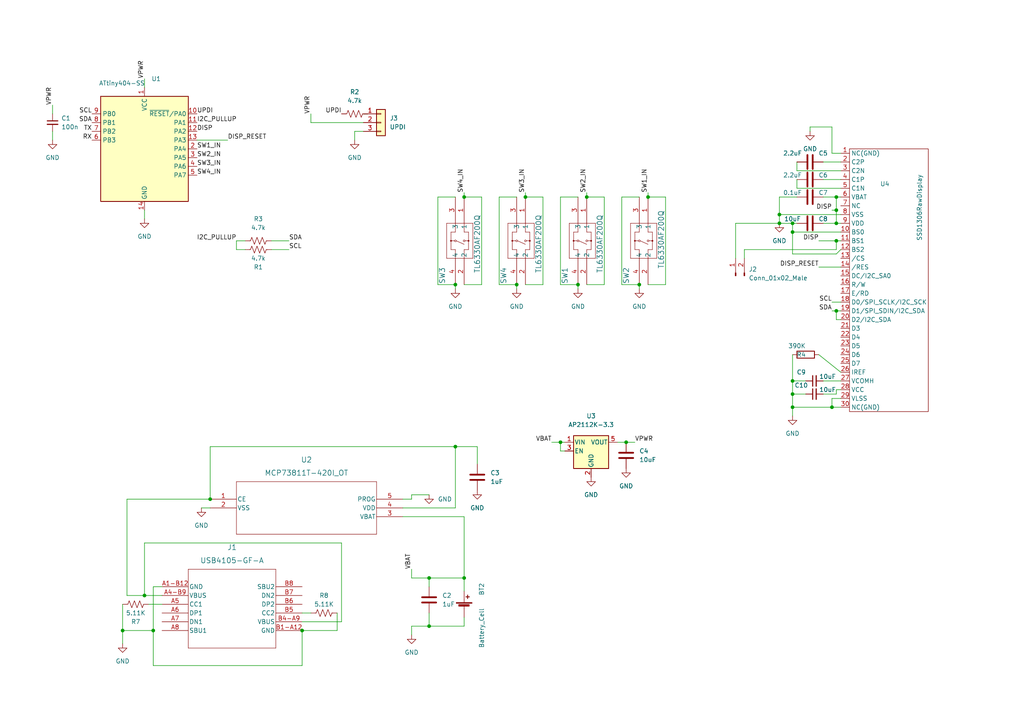
<source format=kicad_sch>
(kicad_sch (version 20211123) (generator eeschema)

  (uuid 62820081-9398-4976-a015-c8dbc1ea480b)

  (paper "A4")

  (title_block
    (title "Electronic Magic Counter")
    (date "2023-10-10")
    (company "Science and Pizza")
  )

  (lib_symbols
    (symbol "2023-06-01_02-35-41:MCP73811T-420I_OT" (pin_names (offset 0.254)) (in_bom yes) (on_board yes)
      (property "Reference" "U" (id 0) (at 27.94 10.16 0)
        (effects (font (size 1.524 1.524)))
      )
      (property "Value" "MCP73811T-420I/OT" (id 1) (at 27.94 7.62 0)
        (effects (font (size 1.524 1.524)))
      )
      (property "Footprint" "SOT-23-5_MC_MCH" (id 2) (at 0 0 0)
        (effects (font (size 1.27 1.27) italic) hide)
      )
      (property "Datasheet" "MCP73811T-420I/OT" (id 3) (at 0 0 0)
        (effects (font (size 1.27 1.27) italic) hide)
      )
      (property "ki_locked" "" (id 4) (at 0 0 0)
        (effects (font (size 1.27 1.27)))
      )
      (property "ki_keywords" "MCP73811T-420I/OT" (id 5) (at 0 0 0)
        (effects (font (size 1.27 1.27)) hide)
      )
      (property "ki_fp_filters" "SOT-23-5_MC_MCH SOT-23-5_MC_MCH-M SOT-23-5_MC_MCH-L" (id 6) (at 0 0 0)
        (effects (font (size 1.27 1.27)) hide)
      )
      (symbol "MCP73811T-420I_OT_0_1"
        (polyline
          (pts
            (xy 7.62 -10.16)
            (xy 48.26 -10.16)
          )
          (stroke (width 0.127) (type default) (color 0 0 0 0))
          (fill (type none))
        )
        (polyline
          (pts
            (xy 7.62 5.08)
            (xy 7.62 -10.16)
          )
          (stroke (width 0.127) (type default) (color 0 0 0 0))
          (fill (type none))
        )
        (polyline
          (pts
            (xy 48.26 -10.16)
            (xy 48.26 5.08)
          )
          (stroke (width 0.127) (type default) (color 0 0 0 0))
          (fill (type none))
        )
        (polyline
          (pts
            (xy 48.26 5.08)
            (xy 7.62 5.08)
          )
          (stroke (width 0.127) (type default) (color 0 0 0 0))
          (fill (type none))
        )
        (pin unspecified line (at 0 0 0) (length 7.62)
          (name "CE" (effects (font (size 1.27 1.27))))
          (number "1" (effects (font (size 1.27 1.27))))
        )
        (pin unspecified line (at 0 -2.54 0) (length 7.62)
          (name "VSS" (effects (font (size 1.27 1.27))))
          (number "2" (effects (font (size 1.27 1.27))))
        )
        (pin unspecified line (at 55.88 -5.08 180) (length 7.62)
          (name "VBAT" (effects (font (size 1.27 1.27))))
          (number "3" (effects (font (size 1.27 1.27))))
        )
        (pin unspecified line (at 55.88 -2.54 180) (length 7.62)
          (name "VDD" (effects (font (size 1.27 1.27))))
          (number "4" (effects (font (size 1.27 1.27))))
        )
        (pin unspecified line (at 55.88 0 180) (length 7.62)
          (name "PROG" (effects (font (size 1.27 1.27))))
          (number "5" (effects (font (size 1.27 1.27))))
        )
      )
    )
    (symbol "2023-07-16_01-57-15:USB4105-GF-A" (pin_names (offset 0.254)) (in_bom yes) (on_board yes)
      (property "Reference" "J" (id 0) (at 20.32 10.16 0)
        (effects (font (size 1.524 1.524)))
      )
      (property "Value" "USB4105-GF-A" (id 1) (at 20.32 7.62 0)
        (effects (font (size 1.524 1.524)))
      )
      (property "Footprint" "USB4105_GCT" (id 2) (at 0 0 0)
        (effects (font (size 1.27 1.27) italic) hide)
      )
      (property "Datasheet" "USB4105-GF-A" (id 3) (at 0 0 0)
        (effects (font (size 1.27 1.27) italic) hide)
      )
      (property "ki_locked" "" (id 4) (at 0 0 0)
        (effects (font (size 1.27 1.27)))
      )
      (property "ki_keywords" "USB4105-GF-A" (id 5) (at 0 0 0)
        (effects (font (size 1.27 1.27)) hide)
      )
      (property "ki_fp_filters" "USB4105_GCT" (id 6) (at 0 0 0)
        (effects (font (size 1.27 1.27)) hide)
      )
      (symbol "USB4105-GF-A_0_1"
        (polyline
          (pts
            (xy 7.62 -17.78)
            (xy 33.02 -17.78)
          )
          (stroke (width 0.127) (type default) (color 0 0 0 0))
          (fill (type none))
        )
        (polyline
          (pts
            (xy 7.62 5.08)
            (xy 7.62 -17.78)
          )
          (stroke (width 0.127) (type default) (color 0 0 0 0))
          (fill (type none))
        )
        (polyline
          (pts
            (xy 33.02 -17.78)
            (xy 33.02 5.08)
          )
          (stroke (width 0.127) (type default) (color 0 0 0 0))
          (fill (type none))
        )
        (polyline
          (pts
            (xy 33.02 5.08)
            (xy 7.62 5.08)
          )
          (stroke (width 0.127) (type default) (color 0 0 0 0))
          (fill (type none))
        )
        (pin power_out line (at 0 0 0) (length 7.62)
          (name "GND" (effects (font (size 1.27 1.27))))
          (number "A1-B12" (effects (font (size 1.27 1.27))))
        )
        (pin power_in line (at 0 -2.54 0) (length 7.62)
          (name "VBUS" (effects (font (size 1.27 1.27))))
          (number "A4-B9" (effects (font (size 1.27 1.27))))
        )
        (pin bidirectional line (at 0 -5.08 0) (length 7.62)
          (name "CC1" (effects (font (size 1.27 1.27))))
          (number "A5" (effects (font (size 1.27 1.27))))
        )
        (pin bidirectional line (at 0 -7.62 0) (length 7.62)
          (name "DP1" (effects (font (size 1.27 1.27))))
          (number "A6" (effects (font (size 1.27 1.27))))
        )
        (pin bidirectional line (at 0 -10.16 0) (length 7.62)
          (name "DN1" (effects (font (size 1.27 1.27))))
          (number "A7" (effects (font (size 1.27 1.27))))
        )
        (pin bidirectional line (at 0 -12.7 0) (length 7.62)
          (name "SBU1" (effects (font (size 1.27 1.27))))
          (number "A8" (effects (font (size 1.27 1.27))))
        )
        (pin power_out line (at 40.64 -12.7 180) (length 7.62)
          (name "GND" (effects (font (size 1.27 1.27))))
          (number "B1-A12" (effects (font (size 1.27 1.27))))
        )
        (pin power_in line (at 40.64 -10.16 180) (length 7.62)
          (name "VBUS" (effects (font (size 1.27 1.27))))
          (number "B4-A9" (effects (font (size 1.27 1.27))))
        )
        (pin bidirectional line (at 40.64 -7.62 180) (length 7.62)
          (name "CC2" (effects (font (size 1.27 1.27))))
          (number "B5" (effects (font (size 1.27 1.27))))
        )
        (pin bidirectional line (at 40.64 -5.08 180) (length 7.62)
          (name "DP2" (effects (font (size 1.27 1.27))))
          (number "B6" (effects (font (size 1.27 1.27))))
        )
        (pin bidirectional line (at 40.64 -2.54 180) (length 7.62)
          (name "DN2" (effects (font (size 1.27 1.27))))
          (number "B7" (effects (font (size 1.27 1.27))))
        )
        (pin bidirectional line (at 40.64 0 180) (length 7.62)
          (name "SBU2" (effects (font (size 1.27 1.27))))
          (number "B8" (effects (font (size 1.27 1.27))))
        )
      )
    )
    (symbol "Connector:Conn_01x02_Male" (pin_names (offset 1.016) hide) (in_bom yes) (on_board yes)
      (property "Reference" "J" (id 0) (at 0 2.54 0)
        (effects (font (size 1.27 1.27)))
      )
      (property "Value" "Conn_01x02_Male" (id 1) (at 0 -5.08 0)
        (effects (font (size 1.27 1.27)))
      )
      (property "Footprint" "" (id 2) (at 0 0 0)
        (effects (font (size 1.27 1.27)) hide)
      )
      (property "Datasheet" "~" (id 3) (at 0 0 0)
        (effects (font (size 1.27 1.27)) hide)
      )
      (property "ki_keywords" "connector" (id 4) (at 0 0 0)
        (effects (font (size 1.27 1.27)) hide)
      )
      (property "ki_description" "Generic connector, single row, 01x02, script generated (kicad-library-utils/schlib/autogen/connector/)" (id 5) (at 0 0 0)
        (effects (font (size 1.27 1.27)) hide)
      )
      (property "ki_fp_filters" "Connector*:*_1x??_*" (id 6) (at 0 0 0)
        (effects (font (size 1.27 1.27)) hide)
      )
      (symbol "Conn_01x02_Male_1_1"
        (polyline
          (pts
            (xy 1.27 -2.54)
            (xy 0.8636 -2.54)
          )
          (stroke (width 0.1524) (type default) (color 0 0 0 0))
          (fill (type none))
        )
        (polyline
          (pts
            (xy 1.27 0)
            (xy 0.8636 0)
          )
          (stroke (width 0.1524) (type default) (color 0 0 0 0))
          (fill (type none))
        )
        (rectangle (start 0.8636 -2.413) (end 0 -2.667)
          (stroke (width 0.1524) (type default) (color 0 0 0 0))
          (fill (type outline))
        )
        (rectangle (start 0.8636 0.127) (end 0 -0.127)
          (stroke (width 0.1524) (type default) (color 0 0 0 0))
          (fill (type outline))
        )
        (pin passive line (at 5.08 0 180) (length 3.81)
          (name "Pin_1" (effects (font (size 1.27 1.27))))
          (number "1" (effects (font (size 1.27 1.27))))
        )
        (pin passive line (at 5.08 -2.54 180) (length 3.81)
          (name "Pin_2" (effects (font (size 1.27 1.27))))
          (number "2" (effects (font (size 1.27 1.27))))
        )
      )
    )
    (symbol "Connector_Generic:Conn_01x03" (pin_names (offset 1.016) hide) (in_bom yes) (on_board yes)
      (property "Reference" "J" (id 0) (at 0 5.08 0)
        (effects (font (size 1.27 1.27)))
      )
      (property "Value" "Conn_01x03" (id 1) (at 0 -5.08 0)
        (effects (font (size 1.27 1.27)))
      )
      (property "Footprint" "" (id 2) (at 0 0 0)
        (effects (font (size 1.27 1.27)) hide)
      )
      (property "Datasheet" "~" (id 3) (at 0 0 0)
        (effects (font (size 1.27 1.27)) hide)
      )
      (property "ki_keywords" "connector" (id 4) (at 0 0 0)
        (effects (font (size 1.27 1.27)) hide)
      )
      (property "ki_description" "Generic connector, single row, 01x03, script generated (kicad-library-utils/schlib/autogen/connector/)" (id 5) (at 0 0 0)
        (effects (font (size 1.27 1.27)) hide)
      )
      (property "ki_fp_filters" "Connector*:*_1x??_*" (id 6) (at 0 0 0)
        (effects (font (size 1.27 1.27)) hide)
      )
      (symbol "Conn_01x03_1_1"
        (rectangle (start -1.27 -2.413) (end 0 -2.667)
          (stroke (width 0.1524) (type default) (color 0 0 0 0))
          (fill (type none))
        )
        (rectangle (start -1.27 0.127) (end 0 -0.127)
          (stroke (width 0.1524) (type default) (color 0 0 0 0))
          (fill (type none))
        )
        (rectangle (start -1.27 2.667) (end 0 2.413)
          (stroke (width 0.1524) (type default) (color 0 0 0 0))
          (fill (type none))
        )
        (rectangle (start -1.27 3.81) (end 1.27 -3.81)
          (stroke (width 0.254) (type default) (color 0 0 0 0))
          (fill (type background))
        )
        (pin passive line (at -5.08 2.54 0) (length 3.81)
          (name "Pin_1" (effects (font (size 1.27 1.27))))
          (number "1" (effects (font (size 1.27 1.27))))
        )
        (pin passive line (at -5.08 0 0) (length 3.81)
          (name "Pin_2" (effects (font (size 1.27 1.27))))
          (number "2" (effects (font (size 1.27 1.27))))
        )
        (pin passive line (at -5.08 -2.54 0) (length 3.81)
          (name "Pin_3" (effects (font (size 1.27 1.27))))
          (number "3" (effects (font (size 1.27 1.27))))
        )
      )
    )
    (symbol "Device:Battery_Cell" (pin_numbers hide) (pin_names (offset 0) hide) (in_bom yes) (on_board yes)
      (property "Reference" "BT" (id 0) (at 2.54 2.54 0)
        (effects (font (size 1.27 1.27)) (justify left))
      )
      (property "Value" "Battery_Cell" (id 1) (at 2.54 0 0)
        (effects (font (size 1.27 1.27)) (justify left))
      )
      (property "Footprint" "" (id 2) (at 0 1.524 90)
        (effects (font (size 1.27 1.27)) hide)
      )
      (property "Datasheet" "~" (id 3) (at 0 1.524 90)
        (effects (font (size 1.27 1.27)) hide)
      )
      (property "ki_keywords" "battery cell" (id 4) (at 0 0 0)
        (effects (font (size 1.27 1.27)) hide)
      )
      (property "ki_description" "Single-cell battery" (id 5) (at 0 0 0)
        (effects (font (size 1.27 1.27)) hide)
      )
      (symbol "Battery_Cell_0_1"
        (rectangle (start -2.286 1.778) (end 2.286 1.524)
          (stroke (width 0) (type default) (color 0 0 0 0))
          (fill (type outline))
        )
        (rectangle (start -1.5748 1.1938) (end 1.4732 0.6858)
          (stroke (width 0) (type default) (color 0 0 0 0))
          (fill (type outline))
        )
        (polyline
          (pts
            (xy 0 0.762)
            (xy 0 0)
          )
          (stroke (width 0) (type default) (color 0 0 0 0))
          (fill (type none))
        )
        (polyline
          (pts
            (xy 0 1.778)
            (xy 0 2.54)
          )
          (stroke (width 0) (type default) (color 0 0 0 0))
          (fill (type none))
        )
        (polyline
          (pts
            (xy 0.508 3.429)
            (xy 1.524 3.429)
          )
          (stroke (width 0.254) (type default) (color 0 0 0 0))
          (fill (type none))
        )
        (polyline
          (pts
            (xy 1.016 3.937)
            (xy 1.016 2.921)
          )
          (stroke (width 0.254) (type default) (color 0 0 0 0))
          (fill (type none))
        )
      )
      (symbol "Battery_Cell_1_1"
        (pin passive line (at 0 5.08 270) (length 2.54)
          (name "+" (effects (font (size 1.27 1.27))))
          (number "1" (effects (font (size 1.27 1.27))))
        )
        (pin passive line (at 0 -2.54 90) (length 2.54)
          (name "-" (effects (font (size 1.27 1.27))))
          (number "2" (effects (font (size 1.27 1.27))))
        )
      )
    )
    (symbol "Device:C" (pin_numbers hide) (pin_names (offset 0.254)) (in_bom yes) (on_board yes)
      (property "Reference" "C" (id 0) (at 0.635 2.54 0)
        (effects (font (size 1.27 1.27)) (justify left))
      )
      (property "Value" "C" (id 1) (at 0.635 -2.54 0)
        (effects (font (size 1.27 1.27)) (justify left))
      )
      (property "Footprint" "" (id 2) (at 0.9652 -3.81 0)
        (effects (font (size 1.27 1.27)) hide)
      )
      (property "Datasheet" "~" (id 3) (at 0 0 0)
        (effects (font (size 1.27 1.27)) hide)
      )
      (property "ki_keywords" "cap capacitor" (id 4) (at 0 0 0)
        (effects (font (size 1.27 1.27)) hide)
      )
      (property "ki_description" "Unpolarized capacitor" (id 5) (at 0 0 0)
        (effects (font (size 1.27 1.27)) hide)
      )
      (property "ki_fp_filters" "C_*" (id 6) (at 0 0 0)
        (effects (font (size 1.27 1.27)) hide)
      )
      (symbol "C_0_1"
        (polyline
          (pts
            (xy -2.032 -0.762)
            (xy 2.032 -0.762)
          )
          (stroke (width 0.508) (type default) (color 0 0 0 0))
          (fill (type none))
        )
        (polyline
          (pts
            (xy -2.032 0.762)
            (xy 2.032 0.762)
          )
          (stroke (width 0.508) (type default) (color 0 0 0 0))
          (fill (type none))
        )
      )
      (symbol "C_1_1"
        (pin passive line (at 0 3.81 270) (length 2.794)
          (name "~" (effects (font (size 1.27 1.27))))
          (number "1" (effects (font (size 1.27 1.27))))
        )
        (pin passive line (at 0 -3.81 90) (length 2.794)
          (name "~" (effects (font (size 1.27 1.27))))
          (number "2" (effects (font (size 1.27 1.27))))
        )
      )
    )
    (symbol "Device:C_Small" (pin_numbers hide) (pin_names (offset 0.254) hide) (in_bom yes) (on_board yes)
      (property "Reference" "C" (id 0) (at 0.254 1.778 0)
        (effects (font (size 1.27 1.27)) (justify left))
      )
      (property "Value" "C_Small" (id 1) (at 0.254 -2.032 0)
        (effects (font (size 1.27 1.27)) (justify left))
      )
      (property "Footprint" "" (id 2) (at 0 0 0)
        (effects (font (size 1.27 1.27)) hide)
      )
      (property "Datasheet" "~" (id 3) (at 0 0 0)
        (effects (font (size 1.27 1.27)) hide)
      )
      (property "ki_keywords" "capacitor cap" (id 4) (at 0 0 0)
        (effects (font (size 1.27 1.27)) hide)
      )
      (property "ki_description" "Unpolarized capacitor, small symbol" (id 5) (at 0 0 0)
        (effects (font (size 1.27 1.27)) hide)
      )
      (property "ki_fp_filters" "C_*" (id 6) (at 0 0 0)
        (effects (font (size 1.27 1.27)) hide)
      )
      (symbol "C_Small_0_1"
        (polyline
          (pts
            (xy -1.524 -0.508)
            (xy 1.524 -0.508)
          )
          (stroke (width 0.3302) (type default) (color 0 0 0 0))
          (fill (type none))
        )
        (polyline
          (pts
            (xy -1.524 0.508)
            (xy 1.524 0.508)
          )
          (stroke (width 0.3048) (type default) (color 0 0 0 0))
          (fill (type none))
        )
      )
      (symbol "C_Small_1_1"
        (pin passive line (at 0 2.54 270) (length 2.032)
          (name "~" (effects (font (size 1.27 1.27))))
          (number "1" (effects (font (size 1.27 1.27))))
        )
        (pin passive line (at 0 -2.54 90) (length 2.032)
          (name "~" (effects (font (size 1.27 1.27))))
          (number "2" (effects (font (size 1.27 1.27))))
        )
      )
    )
    (symbol "Device:R" (pin_numbers hide) (pin_names (offset 0)) (in_bom yes) (on_board yes)
      (property "Reference" "R" (id 0) (at 2.032 0 90)
        (effects (font (size 1.27 1.27)))
      )
      (property "Value" "R" (id 1) (at 0 0 90)
        (effects (font (size 1.27 1.27)))
      )
      (property "Footprint" "" (id 2) (at -1.778 0 90)
        (effects (font (size 1.27 1.27)) hide)
      )
      (property "Datasheet" "~" (id 3) (at 0 0 0)
        (effects (font (size 1.27 1.27)) hide)
      )
      (property "ki_keywords" "R res resistor" (id 4) (at 0 0 0)
        (effects (font (size 1.27 1.27)) hide)
      )
      (property "ki_description" "Resistor" (id 5) (at 0 0 0)
        (effects (font (size 1.27 1.27)) hide)
      )
      (property "ki_fp_filters" "R_*" (id 6) (at 0 0 0)
        (effects (font (size 1.27 1.27)) hide)
      )
      (symbol "R_0_1"
        (rectangle (start -1.016 -2.54) (end 1.016 2.54)
          (stroke (width 0.254) (type default) (color 0 0 0 0))
          (fill (type none))
        )
      )
      (symbol "R_1_1"
        (pin passive line (at 0 3.81 270) (length 1.27)
          (name "~" (effects (font (size 1.27 1.27))))
          (number "1" (effects (font (size 1.27 1.27))))
        )
        (pin passive line (at 0 -3.81 90) (length 1.27)
          (name "~" (effects (font (size 1.27 1.27))))
          (number "2" (effects (font (size 1.27 1.27))))
        )
      )
    )
    (symbol "Device:R_US" (pin_numbers hide) (pin_names (offset 0)) (in_bom yes) (on_board yes)
      (property "Reference" "R" (id 0) (at 2.54 0 90)
        (effects (font (size 1.27 1.27)))
      )
      (property "Value" "R_US" (id 1) (at -2.54 0 90)
        (effects (font (size 1.27 1.27)))
      )
      (property "Footprint" "" (id 2) (at 1.016 -0.254 90)
        (effects (font (size 1.27 1.27)) hide)
      )
      (property "Datasheet" "~" (id 3) (at 0 0 0)
        (effects (font (size 1.27 1.27)) hide)
      )
      (property "ki_keywords" "R res resistor" (id 4) (at 0 0 0)
        (effects (font (size 1.27 1.27)) hide)
      )
      (property "ki_description" "Resistor, US symbol" (id 5) (at 0 0 0)
        (effects (font (size 1.27 1.27)) hide)
      )
      (property "ki_fp_filters" "R_*" (id 6) (at 0 0 0)
        (effects (font (size 1.27 1.27)) hide)
      )
      (symbol "R_US_0_1"
        (polyline
          (pts
            (xy 0 -2.286)
            (xy 0 -2.54)
          )
          (stroke (width 0) (type default) (color 0 0 0 0))
          (fill (type none))
        )
        (polyline
          (pts
            (xy 0 2.286)
            (xy 0 2.54)
          )
          (stroke (width 0) (type default) (color 0 0 0 0))
          (fill (type none))
        )
        (polyline
          (pts
            (xy 0 -0.762)
            (xy 1.016 -1.143)
            (xy 0 -1.524)
            (xy -1.016 -1.905)
            (xy 0 -2.286)
          )
          (stroke (width 0) (type default) (color 0 0 0 0))
          (fill (type none))
        )
        (polyline
          (pts
            (xy 0 0.762)
            (xy 1.016 0.381)
            (xy 0 0)
            (xy -1.016 -0.381)
            (xy 0 -0.762)
          )
          (stroke (width 0) (type default) (color 0 0 0 0))
          (fill (type none))
        )
        (polyline
          (pts
            (xy 0 2.286)
            (xy 1.016 1.905)
            (xy 0 1.524)
            (xy -1.016 1.143)
            (xy 0 0.762)
          )
          (stroke (width 0) (type default) (color 0 0 0 0))
          (fill (type none))
        )
      )
      (symbol "R_US_1_1"
        (pin passive line (at 0 3.81 270) (length 1.27)
          (name "~" (effects (font (size 1.27 1.27))))
          (number "1" (effects (font (size 1.27 1.27))))
        )
        (pin passive line (at 0 -3.81 90) (length 1.27)
          (name "~" (effects (font (size 1.27 1.27))))
          (number "2" (effects (font (size 1.27 1.27))))
        )
      )
    )
    (symbol "MCU_Microchip_ATtiny:ATtiny404-SS" (in_bom yes) (on_board yes)
      (property "Reference" "U" (id 0) (at -12.7 16.51 0)
        (effects (font (size 1.27 1.27)) (justify left bottom))
      )
      (property "Value" "ATtiny404-SS" (id 1) (at 2.54 -16.51 0)
        (effects (font (size 1.27 1.27)) (justify left top))
      )
      (property "Footprint" "Package_SO:SOIC-14_3.9x8.7mm_P1.27mm" (id 2) (at 0 0 0)
        (effects (font (size 1.27 1.27) italic) hide)
      )
      (property "Datasheet" "http://ww1.microchip.com/downloads/en/DeviceDoc/50002687A.pdf" (id 3) (at 0 0 0)
        (effects (font (size 1.27 1.27)) hide)
      )
      (property "ki_keywords" "AVR 8bit Microcontroller tinyAVR" (id 4) (at 0 0 0)
        (effects (font (size 1.27 1.27)) hide)
      )
      (property "ki_description" "20MHz, 4kB Flash, 256B SRAM, 128B EEPROM, SOIC-14" (id 5) (at 0 0 0)
        (effects (font (size 1.27 1.27)) hide)
      )
      (property "ki_fp_filters" "SOIC*3.9x8.7mm*P1.27mm*" (id 6) (at 0 0 0)
        (effects (font (size 1.27 1.27)) hide)
      )
      (symbol "ATtiny404-SS_0_1"
        (rectangle (start -12.7 -15.24) (end 12.7 15.24)
          (stroke (width 0.254) (type default) (color 0 0 0 0))
          (fill (type background))
        )
      )
      (symbol "ATtiny404-SS_1_1"
        (pin power_in line (at 0 17.78 270) (length 2.54)
          (name "VCC" (effects (font (size 1.27 1.27))))
          (number "1" (effects (font (size 1.27 1.27))))
        )
        (pin bidirectional line (at 15.24 10.16 180) (length 2.54)
          (name "~{RESET}/PA0" (effects (font (size 1.27 1.27))))
          (number "10" (effects (font (size 1.27 1.27))))
        )
        (pin bidirectional line (at 15.24 7.62 180) (length 2.54)
          (name "PA1" (effects (font (size 1.27 1.27))))
          (number "11" (effects (font (size 1.27 1.27))))
        )
        (pin bidirectional line (at 15.24 5.08 180) (length 2.54)
          (name "PA2" (effects (font (size 1.27 1.27))))
          (number "12" (effects (font (size 1.27 1.27))))
        )
        (pin bidirectional line (at 15.24 2.54 180) (length 2.54)
          (name "PA3" (effects (font (size 1.27 1.27))))
          (number "13" (effects (font (size 1.27 1.27))))
        )
        (pin power_in line (at 0 -17.78 90) (length 2.54)
          (name "GND" (effects (font (size 1.27 1.27))))
          (number "14" (effects (font (size 1.27 1.27))))
        )
        (pin bidirectional line (at 15.24 0 180) (length 2.54)
          (name "PA4" (effects (font (size 1.27 1.27))))
          (number "2" (effects (font (size 1.27 1.27))))
        )
        (pin bidirectional line (at 15.24 -2.54 180) (length 2.54)
          (name "PA5" (effects (font (size 1.27 1.27))))
          (number "3" (effects (font (size 1.27 1.27))))
        )
        (pin bidirectional line (at 15.24 -5.08 180) (length 2.54)
          (name "PA6" (effects (font (size 1.27 1.27))))
          (number "4" (effects (font (size 1.27 1.27))))
        )
        (pin bidirectional line (at 15.24 -7.62 180) (length 2.54)
          (name "PA7" (effects (font (size 1.27 1.27))))
          (number "5" (effects (font (size 1.27 1.27))))
        )
        (pin bidirectional line (at -15.24 2.54 0) (length 2.54)
          (name "PB3" (effects (font (size 1.27 1.27))))
          (number "6" (effects (font (size 1.27 1.27))))
        )
        (pin bidirectional line (at -15.24 5.08 0) (length 2.54)
          (name "PB2" (effects (font (size 1.27 1.27))))
          (number "7" (effects (font (size 1.27 1.27))))
        )
        (pin bidirectional line (at -15.24 7.62 0) (length 2.54)
          (name "PB1" (effects (font (size 1.27 1.27))))
          (number "8" (effects (font (size 1.27 1.27))))
        )
        (pin bidirectional line (at -15.24 10.16 0) (length 2.54)
          (name "PB0" (effects (font (size 1.27 1.27))))
          (number "9" (effects (font (size 1.27 1.27))))
        )
      )
    )
    (symbol "Regulator_Linear:AP2112K-3.3" (pin_names (offset 0.254)) (in_bom yes) (on_board yes)
      (property "Reference" "U" (id 0) (at -5.08 5.715 0)
        (effects (font (size 1.27 1.27)) (justify left))
      )
      (property "Value" "AP2112K-3.3" (id 1) (at 0 5.715 0)
        (effects (font (size 1.27 1.27)) (justify left))
      )
      (property "Footprint" "Package_TO_SOT_SMD:SOT-23-5" (id 2) (at 0 8.255 0)
        (effects (font (size 1.27 1.27)) hide)
      )
      (property "Datasheet" "https://www.diodes.com/assets/Datasheets/AP2112.pdf" (id 3) (at 0 2.54 0)
        (effects (font (size 1.27 1.27)) hide)
      )
      (property "ki_keywords" "linear regulator ldo fixed positive" (id 4) (at 0 0 0)
        (effects (font (size 1.27 1.27)) hide)
      )
      (property "ki_description" "600mA low dropout linear regulator, with enable pin, 3.8V-6V input voltage range, 3.3V fixed positive output, SOT-23-5" (id 5) (at 0 0 0)
        (effects (font (size 1.27 1.27)) hide)
      )
      (property "ki_fp_filters" "SOT?23?5*" (id 6) (at 0 0 0)
        (effects (font (size 1.27 1.27)) hide)
      )
      (symbol "AP2112K-3.3_0_1"
        (rectangle (start -5.08 4.445) (end 5.08 -5.08)
          (stroke (width 0.254) (type default) (color 0 0 0 0))
          (fill (type background))
        )
      )
      (symbol "AP2112K-3.3_1_1"
        (pin power_in line (at -7.62 2.54 0) (length 2.54)
          (name "VIN" (effects (font (size 1.27 1.27))))
          (number "1" (effects (font (size 1.27 1.27))))
        )
        (pin power_in line (at 0 -7.62 90) (length 2.54)
          (name "GND" (effects (font (size 1.27 1.27))))
          (number "2" (effects (font (size 1.27 1.27))))
        )
        (pin input line (at -7.62 0 0) (length 2.54)
          (name "EN" (effects (font (size 1.27 1.27))))
          (number "3" (effects (font (size 1.27 1.27))))
        )
        (pin no_connect line (at 5.08 0 180) (length 2.54) hide
          (name "NC" (effects (font (size 1.27 1.27))))
          (number "4" (effects (font (size 1.27 1.27))))
        )
        (pin power_out line (at 7.62 2.54 180) (length 2.54)
          (name "VOUT" (effects (font (size 1.27 1.27))))
          (number "5" (effects (font (size 1.27 1.27))))
        )
      )
    )
    (symbol "SSD1306DRawDisplay:SSD1306RawDisplay" (in_bom yes) (on_board yes)
      (property "Reference" "U" (id 0) (at -1.27 -10.16 0)
        (effects (font (size 1.27 1.27)))
      )
      (property "Value" "SSD1306RawDisplay" (id 1) (at 10.16 -15.24 90)
        (effects (font (size 1.27 1.27)))
      )
      (property "Footprint" "" (id 2) (at 0 0 0)
        (effects (font (size 1.27 1.27)) hide)
      )
      (property "Datasheet" "" (id 3) (at 0 0 0)
        (effects (font (size 1.27 1.27)) hide)
      )
      (symbol "SSD1306RawDisplay_0_0"
        (text "" (at -11.43 -57.15 0)
          (effects (font (size 1.27 1.27)))
        )
      )
      (symbol "SSD1306RawDisplay_0_1"
        (rectangle (start -10.16 -2.54) (end 12.7 -78.74)
          (stroke (width 0) (type default) (color 0 0 0 0))
          (fill (type none))
        )
      )
      (symbol "SSD1306RawDisplay_1_1"
        (pin input line (at -12.7 -3.81 0) (length 2.54)
          (name "NC(GND)" (effects (font (size 1.27 1.27))))
          (number "1" (effects (font (size 1.27 1.27))))
        )
        (pin input line (at -12.7 -26.67 0) (length 2.54)
          (name "BS0" (effects (font (size 1.27 1.27))))
          (number "10" (effects (font (size 1.27 1.27))))
        )
        (pin input line (at -12.7 -29.21 0) (length 2.54)
          (name "BS1" (effects (font (size 1.27 1.27))))
          (number "11" (effects (font (size 1.27 1.27))))
        )
        (pin input line (at -12.7 -31.75 0) (length 2.54)
          (name "BS2" (effects (font (size 1.27 1.27))))
          (number "12" (effects (font (size 1.27 1.27))))
        )
        (pin input line (at -12.7 -34.29 0) (length 2.54)
          (name "/CS" (effects (font (size 1.27 1.27))))
          (number "13" (effects (font (size 1.27 1.27))))
        )
        (pin input line (at -12.7 -36.83 0) (length 2.54)
          (name "/RES" (effects (font (size 1.27 1.27))))
          (number "14" (effects (font (size 1.27 1.27))))
        )
        (pin input line (at -12.7 -39.37 0) (length 2.54)
          (name "DC/I2C_SA0" (effects (font (size 1.27 1.27))))
          (number "15" (effects (font (size 1.27 1.27))))
        )
        (pin input line (at -12.7 -41.91 0) (length 2.54)
          (name "R/W" (effects (font (size 1.27 1.27))))
          (number "16" (effects (font (size 1.27 1.27))))
        )
        (pin input line (at -12.7 -44.45 0) (length 2.54)
          (name "E/RD" (effects (font (size 1.27 1.27))))
          (number "17" (effects (font (size 1.27 1.27))))
        )
        (pin input line (at -12.7 -46.99 0) (length 2.54)
          (name "D0/SPI_SCLK/I2C_SCK" (effects (font (size 1.27 1.27))))
          (number "18" (effects (font (size 1.27 1.27))))
        )
        (pin input line (at -12.7 -49.53 0) (length 2.54)
          (name "D1/SPI_SDIN/I2C_SDA" (effects (font (size 1.27 1.27))))
          (number "19" (effects (font (size 1.27 1.27))))
        )
        (pin input line (at -12.7 -6.35 0) (length 2.54)
          (name "C2P" (effects (font (size 1.27 1.27))))
          (number "2" (effects (font (size 1.27 1.27))))
        )
        (pin input line (at -12.7 -52.07 0) (length 2.54)
          (name "D2/I2C_SDA" (effects (font (size 1.27 1.27))))
          (number "20" (effects (font (size 1.27 1.27))))
        )
        (pin input line (at -12.7 -54.61 0) (length 2.54)
          (name "D3" (effects (font (size 1.27 1.27))))
          (number "21" (effects (font (size 1.27 1.27))))
        )
        (pin input line (at -12.7 -57.15 0) (length 2.54)
          (name "D4" (effects (font (size 1.27 1.27))))
          (number "22" (effects (font (size 1.27 1.27))))
        )
        (pin input line (at -12.7 -59.69 0) (length 2.54)
          (name "D5" (effects (font (size 1.27 1.27))))
          (number "23" (effects (font (size 1.27 1.27))))
        )
        (pin input line (at -12.7 -62.23 0) (length 2.54)
          (name "D6" (effects (font (size 1.27 1.27))))
          (number "24" (effects (font (size 1.27 1.27))))
        )
        (pin input line (at -12.7 -64.77 0) (length 2.54)
          (name "D7" (effects (font (size 1.27 1.27))))
          (number "25" (effects (font (size 1.27 1.27))))
        )
        (pin input line (at -12.7 -67.31 0) (length 2.54)
          (name "IREF" (effects (font (size 1.27 1.27))))
          (number "26" (effects (font (size 1.27 1.27))))
        )
        (pin input line (at -12.7 -69.85 0) (length 2.54)
          (name "VCOMH" (effects (font (size 1.27 1.27))))
          (number "27" (effects (font (size 1.27 1.27))))
        )
        (pin input line (at -12.7 -72.39 0) (length 2.54)
          (name "VCC" (effects (font (size 1.27 1.27))))
          (number "28" (effects (font (size 1.27 1.27))))
        )
        (pin input line (at -12.7 -74.93 0) (length 2.54)
          (name "VLSS" (effects (font (size 1.27 1.27))))
          (number "29" (effects (font (size 1.27 1.27))))
        )
        (pin input line (at -12.7 -8.89 0) (length 2.54)
          (name "C2N" (effects (font (size 1.27 1.27))))
          (number "3" (effects (font (size 1.27 1.27))))
        )
        (pin input line (at -12.7 -77.47 0) (length 2.54)
          (name "NC(GND)" (effects (font (size 1.27 1.27))))
          (number "30" (effects (font (size 1.27 1.27))))
        )
        (pin input line (at -12.7 -11.43 0) (length 2.54)
          (name "C1P" (effects (font (size 1.27 1.27))))
          (number "4" (effects (font (size 1.27 1.27))))
        )
        (pin input line (at -12.7 -13.97 0) (length 2.54)
          (name "C1N" (effects (font (size 1.27 1.27))))
          (number "5" (effects (font (size 1.27 1.27))))
        )
        (pin input line (at -12.7 -16.51 0) (length 2.54)
          (name "VBAT" (effects (font (size 1.27 1.27))))
          (number "6" (effects (font (size 1.27 1.27))))
        )
        (pin input line (at -12.7 -19.05 0) (length 2.54)
          (name "NC" (effects (font (size 1.27 1.27))))
          (number "7" (effects (font (size 1.27 1.27))))
        )
        (pin input line (at -12.7 -21.59 0) (length 2.54)
          (name "VSS" (effects (font (size 1.27 1.27))))
          (number "8" (effects (font (size 1.27 1.27))))
        )
        (pin input line (at -12.7 -24.13 0) (length 2.54)
          (name "VDD" (effects (font (size 1.27 1.27))))
          (number "9" (effects (font (size 1.27 1.27))))
        )
      )
    )
    (symbol "TL6330AF200Q:TL6330AF200Q" (pin_names (offset 0.254)) (in_bom yes) (on_board yes)
      (property "Reference" "SW" (id 0) (at 12.7 7.62 0)
        (effects (font (size 1.524 1.524)))
      )
      (property "Value" "TL6330AF200Q" (id 1) (at 12.7 5.08 0)
        (effects (font (size 1.524 1.524)))
      )
      (property "Footprint" "TL6330_EWI" (id 2) (at 0 0 0)
        (effects (font (size 1.27 1.27) italic) hide)
      )
      (property "Datasheet" "TL6330AF200Q" (id 3) (at 0 0 0)
        (effects (font (size 1.27 1.27) italic) hide)
      )
      (property "ki_locked" "" (id 4) (at 0 0 0)
        (effects (font (size 1.27 1.27)))
      )
      (property "ki_keywords" "TL6330AF200Q" (id 5) (at 0 0 0)
        (effects (font (size 1.27 1.27)) hide)
      )
      (property "ki_fp_filters" "TL6330_EWI" (id 6) (at 0 0 0)
        (effects (font (size 1.27 1.27)) hide)
      )
      (symbol "TL6330AF200Q_0_1"
        (polyline
          (pts
            (xy 7.62 -5.08)
            (xy 17.78 -5.08)
          )
          (stroke (width 0.127) (type default) (color 0 0 0 0))
          (fill (type none))
        )
        (polyline
          (pts
            (xy 7.62 0)
            (xy 10.16 0)
          )
          (stroke (width 0.127) (type default) (color 0 0 0 0))
          (fill (type none))
        )
        (polyline
          (pts
            (xy 7.62 2.54)
            (xy 7.62 -5.08)
          )
          (stroke (width 0.127) (type default) (color 0 0 0 0))
          (fill (type none))
        )
        (polyline
          (pts
            (xy 10.16 -3.81)
            (xy 10.16 -2.54)
          )
          (stroke (width 0.127) (type default) (color 0 0 0 0))
          (fill (type none))
        )
        (polyline
          (pts
            (xy 10.16 -2.54)
            (xy 7.62 -2.54)
          )
          (stroke (width 0.127) (type default) (color 0 0 0 0))
          (fill (type none))
        )
        (polyline
          (pts
            (xy 10.16 0)
            (xy 10.16 1.27)
          )
          (stroke (width 0.127) (type default) (color 0 0 0 0))
          (fill (type none))
        )
        (polyline
          (pts
            (xy 10.16 1.27)
            (xy 15.24 1.27)
          )
          (stroke (width 0.127) (type default) (color 0 0 0 0))
          (fill (type none))
        )
        (polyline
          (pts
            (xy 12.7 -2.794)
            (xy 12.7 -3.81)
          )
          (stroke (width 0.127) (type default) (color 0 0 0 0))
          (fill (type none))
        )
        (polyline
          (pts
            (xy 12.7 1.27)
            (xy 12.7 0.254)
          )
          (stroke (width 0.127) (type default) (color 0 0 0 0))
          (fill (type none))
        )
        (polyline
          (pts
            (xy 13.716 0)
            (xy 12.7 -2.286)
          )
          (stroke (width 0.127) (type default) (color 0 0 0 0))
          (fill (type none))
        )
        (polyline
          (pts
            (xy 15.24 -3.81)
            (xy 10.16 -3.81)
          )
          (stroke (width 0.127) (type default) (color 0 0 0 0))
          (fill (type none))
        )
        (polyline
          (pts
            (xy 15.24 -2.54)
            (xy 15.24 -3.81)
          )
          (stroke (width 0.127) (type default) (color 0 0 0 0))
          (fill (type none))
        )
        (polyline
          (pts
            (xy 15.24 0)
            (xy 17.78 0)
          )
          (stroke (width 0.127) (type default) (color 0 0 0 0))
          (fill (type none))
        )
        (polyline
          (pts
            (xy 15.24 1.27)
            (xy 15.24 0)
          )
          (stroke (width 0.127) (type default) (color 0 0 0 0))
          (fill (type none))
        )
        (polyline
          (pts
            (xy 17.78 -5.08)
            (xy 17.78 2.54)
          )
          (stroke (width 0.127) (type default) (color 0 0 0 0))
          (fill (type none))
        )
        (polyline
          (pts
            (xy 17.78 -2.54)
            (xy 15.24 -2.54)
          )
          (stroke (width 0.127) (type default) (color 0 0 0 0))
          (fill (type none))
        )
        (polyline
          (pts
            (xy 17.78 2.54)
            (xy 7.62 2.54)
          )
          (stroke (width 0.127) (type default) (color 0 0 0 0))
          (fill (type none))
        )
        (circle (center 12.7 -3.81) (radius 0.127)
          (stroke (width 0.254) (type default) (color 0 0 0 0))
          (fill (type none))
        )
        (circle (center 12.7 -2.54) (radius 0.254)
          (stroke (width 0.127) (type default) (color 0 0 0 0))
          (fill (type none))
        )
        (circle (center 12.7 0) (radius 0.254)
          (stroke (width 0.127) (type default) (color 0 0 0 0))
          (fill (type none))
        )
        (circle (center 12.7 1.27) (radius 0.127)
          (stroke (width 0.254) (type default) (color 0 0 0 0))
          (fill (type none))
        )
        (pin unspecified line (at 0 0 0) (length 7.62)
          (name "1" (effects (font (size 1.27 1.27))))
          (number "1" (effects (font (size 1.27 1.27))))
        )
        (pin unspecified line (at 25.4 0 180) (length 7.62)
          (name "2" (effects (font (size 1.27 1.27))))
          (number "2" (effects (font (size 1.27 1.27))))
        )
        (pin unspecified line (at 0 -2.54 0) (length 7.62)
          (name "3" (effects (font (size 1.27 1.27))))
          (number "3" (effects (font (size 1.27 1.27))))
        )
        (pin unspecified line (at 25.4 -2.54 180) (length 7.62)
          (name "4" (effects (font (size 1.27 1.27))))
          (number "4" (effects (font (size 1.27 1.27))))
        )
      )
    )
    (symbol "power:GND" (power) (pin_names (offset 0)) (in_bom yes) (on_board yes)
      (property "Reference" "#PWR" (id 0) (at 0 -6.35 0)
        (effects (font (size 1.27 1.27)) hide)
      )
      (property "Value" "GND" (id 1) (at 0 -3.81 0)
        (effects (font (size 1.27 1.27)))
      )
      (property "Footprint" "" (id 2) (at 0 0 0)
        (effects (font (size 1.27 1.27)) hide)
      )
      (property "Datasheet" "" (id 3) (at 0 0 0)
        (effects (font (size 1.27 1.27)) hide)
      )
      (property "ki_keywords" "power-flag" (id 4) (at 0 0 0)
        (effects (font (size 1.27 1.27)) hide)
      )
      (property "ki_description" "Power symbol creates a global label with name \"GND\" , ground" (id 5) (at 0 0 0)
        (effects (font (size 1.27 1.27)) hide)
      )
      (symbol "GND_0_1"
        (polyline
          (pts
            (xy 0 0)
            (xy 0 -1.27)
            (xy 1.27 -1.27)
            (xy 0 -2.54)
            (xy -1.27 -1.27)
            (xy 0 -1.27)
          )
          (stroke (width 0) (type default) (color 0 0 0 0))
          (fill (type none))
        )
      )
      (symbol "GND_1_1"
        (pin power_in line (at 0 0 270) (length 0) hide
          (name "GND" (effects (font (size 1.27 1.27))))
          (number "1" (effects (font (size 1.27 1.27))))
        )
      )
    )
  )

  (junction (at 226.06 62.23) (diameter 0) (color 0 0 0 0)
    (uuid 05ff14ed-f21a-4845-8746-fd3766498ca7)
  )
  (junction (at 242.57 90.17) (diameter 0) (color 0 0 0 0)
    (uuid 07826d2b-6fb3-414a-b222-870aa0562fb0)
  )
  (junction (at 170.18 57.15) (diameter 0) (color 0 0 0 0)
    (uuid 09c4d165-da6e-49a6-96d2-468b69e7cac0)
  )
  (junction (at 229.87 118.11) (diameter 0) (color 0 0 0 0)
    (uuid 2a4e367e-b121-4832-9dbd-aeffa1d9bb97)
  )
  (junction (at 242.57 69.85) (diameter 0) (color 0 0 0 0)
    (uuid 503f0ca5-b143-4406-b59f-c5d5cd9a0cde)
  )
  (junction (at 187.96 57.15) (diameter 0) (color 0 0 0 0)
    (uuid 50dc4c05-6acc-46cd-81a4-bb4bb0d70a26)
  )
  (junction (at 229.87 64.77) (diameter 0) (color 0 0 0 0)
    (uuid 5e99c82b-d154-4b77-aec3-74b89d29629a)
  )
  (junction (at 149.86 82.55) (diameter 0) (color 0 0 0 0)
    (uuid 6850f84d-a7fe-4337-9c5f-0e946973a5f7)
  )
  (junction (at 229.87 110.49) (diameter 0) (color 0 0 0 0)
    (uuid 6f8191ab-84cd-402d-bc66-bc570269c180)
  )
  (junction (at 181.61 128.27) (diameter 0) (color 0 0 0 0)
    (uuid 7bc33c0b-e84d-42c5-85b9-7770da51f8ca)
  )
  (junction (at 124.46 181.61) (diameter 0) (color 0 0 0 0)
    (uuid 7d7523b4-33b0-480d-a380-3f1a7fd410f5)
  )
  (junction (at 152.4 57.15) (diameter 0) (color 0 0 0 0)
    (uuid 7e10cfc5-6c9c-4345-803e-1221d80a9078)
  )
  (junction (at 132.08 82.55) (diameter 0) (color 0 0 0 0)
    (uuid 82d81849-114a-48c9-af25-b363993424f7)
  )
  (junction (at 60.96 144.78) (diameter 0) (color 0 0 0 0)
    (uuid a2025d99-225c-44fa-a874-1fd8abd0770b)
  )
  (junction (at 35.56 182.88) (diameter 0) (color 0 0 0 0)
    (uuid b0721e60-af27-43da-b74d-5a24ee79bcb2)
  )
  (junction (at 229.87 114.3) (diameter 0) (color 0 0 0 0)
    (uuid b47ae8ff-caee-426d-852c-2fc5dd0fe82a)
  )
  (junction (at 132.08 129.54) (diameter 0) (color 0 0 0 0)
    (uuid b9182ac1-4470-46b8-b1d1-2e3fbb61c214)
  )
  (junction (at 134.62 57.15) (diameter 0) (color 0 0 0 0)
    (uuid b99a0305-4574-441b-8440-d5d645a64621)
  )
  (junction (at 162.56 128.27) (diameter 0) (color 0 0 0 0)
    (uuid bf22e77b-f7b4-4a6f-99e0-53a3284408dc)
  )
  (junction (at 44.45 182.88) (diameter 0) (color 0 0 0 0)
    (uuid cab8f667-30a5-461a-be1c-2bbe55922112)
  )
  (junction (at 241.3 118.11) (diameter 0) (color 0 0 0 0)
    (uuid d8ea3584-90aa-4e14-9fe7-62fb842c6d73)
  )
  (junction (at 242.57 64.77) (diameter 0) (color 0 0 0 0)
    (uuid d9c7813e-1d3e-41f6-a2d1-4ea244cc35d4)
  )
  (junction (at 87.63 182.88) (diameter 0) (color 0 0 0 0)
    (uuid e0240b72-ab1f-48db-9a86-320cb40b98db)
  )
  (junction (at 134.62 167.64) (diameter 0) (color 0 0 0 0)
    (uuid e4c4f3f9-2544-4301-b1e4-5f9e44c6c723)
  )
  (junction (at 124.46 167.64) (diameter 0) (color 0 0 0 0)
    (uuid e6c0f074-1e72-4c58-99c7-fbb11d70c75e)
  )
  (junction (at 229.87 67.31) (diameter 0) (color 0 0 0 0)
    (uuid e74a5d6d-9e33-4e93-8659-b643a87367dd)
  )
  (junction (at 167.64 82.55) (diameter 0) (color 0 0 0 0)
    (uuid ead8df75-9197-4d0f-a334-639174b1e031)
  )
  (junction (at 242.57 57.15) (diameter 0) (color 0 0 0 0)
    (uuid ec2115c9-7c6d-4f66-83bf-1592330669f8)
  )
  (junction (at 185.42 82.55) (diameter 0) (color 0 0 0 0)
    (uuid ecd709cd-04b7-4284-8ea7-b52da86d62f6)
  )
  (junction (at 242.57 60.96) (diameter 0) (color 0 0 0 0)
    (uuid ecf53754-80f9-4acb-91f7-5a7eed2aedea)
  )
  (junction (at 226.06 64.77) (diameter 0) (color 0 0 0 0)
    (uuid fb519b3d-cb12-4875-b675-985ecbed6ece)
  )
  (junction (at 41.91 172.72) (diameter 0) (color 0 0 0 0)
    (uuid fbe32b6e-987d-4213-9c77-114590e9b98f)
  )

  (wire (pts (xy 58.42 147.32) (xy 60.96 147.32))
    (stroke (width 0) (type default) (color 0 0 0 0))
    (uuid 000332fc-2262-49d2-92e5-b11d8f2086a2)
  )
  (wire (pts (xy 119.38 165.1) (xy 119.38 167.64))
    (stroke (width 0) (type default) (color 0 0 0 0))
    (uuid 004072ae-f060-4cfc-ae59-e667ee73c0e1)
  )
  (wire (pts (xy 243.84 62.23) (xy 226.06 62.23))
    (stroke (width 0) (type default) (color 0 0 0 0))
    (uuid 02121add-4fe3-4735-a394-af34e86969ef)
  )
  (wire (pts (xy 242.57 72.39) (xy 242.57 69.85))
    (stroke (width 0) (type default) (color 0 0 0 0))
    (uuid 07104d36-ce39-4b22-b64c-7b5459e6e2ad)
  )
  (wire (pts (xy 242.57 90.17) (xy 242.57 92.71))
    (stroke (width 0) (type default) (color 0 0 0 0))
    (uuid 09072214-6182-4ddf-b1a6-892e42477eea)
  )
  (wire (pts (xy 44.45 170.18) (xy 44.45 182.88))
    (stroke (width 0) (type default) (color 0 0 0 0))
    (uuid 093bddcb-385a-440c-9faa-94e51d5ce8af)
  )
  (wire (pts (xy 41.91 172.72) (xy 46.99 172.72))
    (stroke (width 0) (type default) (color 0 0 0 0))
    (uuid 0aca637d-914d-4409-b6dd-1bddec6b56c2)
  )
  (wire (pts (xy 229.87 67.31) (xy 229.87 64.77))
    (stroke (width 0) (type default) (color 0 0 0 0))
    (uuid 0e43ffa5-f4c2-4ce6-b9e0-40e8f013dc2d)
  )
  (wire (pts (xy 238.76 52.07) (xy 243.84 52.07))
    (stroke (width 0) (type default) (color 0 0 0 0))
    (uuid 0e7ba9ac-a22a-4173-8884-9f5c2fabbfea)
  )
  (wire (pts (xy 243.84 49.53) (xy 231.14 49.53))
    (stroke (width 0) (type default) (color 0 0 0 0))
    (uuid 119faf51-a827-4ee2-97a2-ad2956da6fe6)
  )
  (wire (pts (xy 144.78 82.55) (xy 144.78 57.15))
    (stroke (width 0) (type default) (color 0 0 0 0))
    (uuid 14f81cc5-1355-4614-bba6-050df8a481e6)
  )
  (wire (pts (xy 139.7 57.15) (xy 139.7 82.55))
    (stroke (width 0) (type default) (color 0 0 0 0))
    (uuid 153afb9f-216d-4bfa-8723-21a7c97e4bad)
  )
  (wire (pts (xy 134.62 149.86) (xy 116.84 149.86))
    (stroke (width 0) (type default) (color 0 0 0 0))
    (uuid 17f073e9-1de6-40de-a627-4e0a1d306b38)
  )
  (wire (pts (xy 87.63 182.88) (xy 87.63 193.04))
    (stroke (width 0) (type default) (color 0 0 0 0))
    (uuid 1917a976-c1f7-47dd-b334-1e6b52a156a2)
  )
  (wire (pts (xy 157.48 57.15) (xy 157.48 82.55))
    (stroke (width 0) (type default) (color 0 0 0 0))
    (uuid 1c7d7052-2988-433b-9d31-d8af527908ad)
  )
  (wire (pts (xy 44.45 193.04) (xy 44.45 182.88))
    (stroke (width 0) (type default) (color 0 0 0 0))
    (uuid 1de5e1a0-fd92-4bab-b094-6c18e0f40956)
  )
  (wire (pts (xy 180.34 82.55) (xy 180.34 57.15))
    (stroke (width 0) (type default) (color 0 0 0 0))
    (uuid 243a6c7a-7a59-4296-91b0-59915f1a117d)
  )
  (wire (pts (xy 139.7 82.55) (xy 134.62 82.55))
    (stroke (width 0) (type default) (color 0 0 0 0))
    (uuid 24d67d3c-2411-45ee-8b47-d338c37fa57f)
  )
  (wire (pts (xy 116.84 147.32) (xy 132.08 147.32))
    (stroke (width 0) (type default) (color 0 0 0 0))
    (uuid 26b4ef4c-3537-48e4-8c88-3cc0c674ca69)
  )
  (wire (pts (xy 68.58 69.85) (xy 68.58 72.39))
    (stroke (width 0) (type default) (color 0 0 0 0))
    (uuid 28bedc39-34fa-4ba2-80b1-82480bd6bb5b)
  )
  (wire (pts (xy 134.62 55.88) (xy 134.62 57.15))
    (stroke (width 0) (type default) (color 0 0 0 0))
    (uuid 2930c853-61b2-4938-a085-808225718a25)
  )
  (wire (pts (xy 185.42 82.55) (xy 185.42 83.82))
    (stroke (width 0) (type default) (color 0 0 0 0))
    (uuid 2be16794-39c2-45df-a2b9-f6469428e6b7)
  )
  (wire (pts (xy 241.3 60.96) (xy 242.57 60.96))
    (stroke (width 0) (type default) (color 0 0 0 0))
    (uuid 2c80b60b-eef8-4117-b0de-661ee63f197f)
  )
  (wire (pts (xy 41.91 60.96) (xy 41.91 63.5))
    (stroke (width 0) (type default) (color 0 0 0 0))
    (uuid 2ecc7374-2700-4ebd-9005-a4e44ab74a81)
  )
  (wire (pts (xy 41.91 157.48) (xy 41.91 172.72))
    (stroke (width 0) (type default) (color 0 0 0 0))
    (uuid 30924a48-f3fe-4b38-995b-e9ac0e4be487)
  )
  (wire (pts (xy 241.3 36.83) (xy 234.95 36.83))
    (stroke (width 0) (type default) (color 0 0 0 0))
    (uuid 3235b4db-e915-492e-8e4d-9cffc9b86400)
  )
  (wire (pts (xy 124.46 167.64) (xy 124.46 170.18))
    (stroke (width 0) (type default) (color 0 0 0 0))
    (uuid 33fb7e8b-78e2-4423-a0b3-d6fe92735979)
  )
  (wire (pts (xy 15.24 38.1) (xy 15.24 40.64))
    (stroke (width 0) (type default) (color 0 0 0 0))
    (uuid 384f6c54-3c09-4a88-87db-731c2e055273)
  )
  (wire (pts (xy 243.84 113.03) (xy 242.57 113.03))
    (stroke (width 0) (type default) (color 0 0 0 0))
    (uuid 3883121f-59ca-40c5-90e7-98533cd97c90)
  )
  (wire (pts (xy 241.3 115.57) (xy 241.3 118.11))
    (stroke (width 0) (type default) (color 0 0 0 0))
    (uuid 3c2f1ac0-428e-492c-9c4b-4cb8ad490928)
  )
  (wire (pts (xy 157.48 82.55) (xy 152.4 82.55))
    (stroke (width 0) (type default) (color 0 0 0 0))
    (uuid 3ce49965-e9e9-425c-a333-9b63d6d526cb)
  )
  (wire (pts (xy 35.56 182.88) (xy 35.56 186.69))
    (stroke (width 0) (type default) (color 0 0 0 0))
    (uuid 3e033de0-3b9a-4f24-90e9-541d5feaa3db)
  )
  (wire (pts (xy 231.14 54.61) (xy 243.84 54.61))
    (stroke (width 0) (type default) (color 0 0 0 0))
    (uuid 3f35fdb7-facd-4d8f-9ccc-b3a6caf0e922)
  )
  (wire (pts (xy 124.46 167.64) (xy 134.62 167.64))
    (stroke (width 0) (type default) (color 0 0 0 0))
    (uuid 3f8bb880-0b1b-45dd-8ffb-d7fe9429b16e)
  )
  (wire (pts (xy 242.57 73.66) (xy 229.87 73.66))
    (stroke (width 0) (type default) (color 0 0 0 0))
    (uuid 46af4a44-03bc-42a0-a9dc-ea494b1fe159)
  )
  (wire (pts (xy 162.56 57.15) (xy 167.64 57.15))
    (stroke (width 0) (type default) (color 0 0 0 0))
    (uuid 49b49817-b374-4454-857f-78543b2bae9a)
  )
  (wire (pts (xy 87.63 177.8) (xy 90.17 177.8))
    (stroke (width 0) (type default) (color 0 0 0 0))
    (uuid 4da43c89-0705-4df7-91d5-d92f811ba820)
  )
  (wire (pts (xy 237.49 102.87) (xy 243.84 107.95))
    (stroke (width 0) (type default) (color 0 0 0 0))
    (uuid 4dc5f12a-fa5d-4a1e-9070-c46c8aa5e960)
  )
  (wire (pts (xy 229.87 114.3) (xy 229.87 118.11))
    (stroke (width 0) (type default) (color 0 0 0 0))
    (uuid 4ee64338-719a-42c5-90c7-4ccff2b8bd94)
  )
  (wire (pts (xy 175.26 57.15) (xy 175.26 82.55))
    (stroke (width 0) (type default) (color 0 0 0 0))
    (uuid 4fb640eb-c6f5-4ec0-9466-ddc9d681fabe)
  )
  (wire (pts (xy 226.06 62.23) (xy 226.06 64.77))
    (stroke (width 0) (type default) (color 0 0 0 0))
    (uuid 50cdb17b-e449-4e4f-b27f-e842efa9f334)
  )
  (wire (pts (xy 226.06 64.77) (xy 213.36 64.77))
    (stroke (width 0) (type default) (color 0 0 0 0))
    (uuid 511407bc-9b9b-4306-bdd9-fb0a2e015632)
  )
  (wire (pts (xy 229.87 67.31) (xy 229.87 73.66))
    (stroke (width 0) (type default) (color 0 0 0 0))
    (uuid 52ad7717-33a3-4e5e-b71e-7c1b037e1635)
  )
  (wire (pts (xy 181.61 128.27) (xy 184.15 128.27))
    (stroke (width 0) (type default) (color 0 0 0 0))
    (uuid 54dabdb7-a8d6-41a8-bd11-be62367448e8)
  )
  (wire (pts (xy 213.36 64.77) (xy 213.36 74.93))
    (stroke (width 0) (type default) (color 0 0 0 0))
    (uuid 555cf16e-8c30-4727-970f-4b954e54d2ca)
  )
  (wire (pts (xy 124.46 177.8) (xy 124.46 181.61))
    (stroke (width 0) (type default) (color 0 0 0 0))
    (uuid 5806a953-9a63-4f9a-8ac9-a33df2748a98)
  )
  (wire (pts (xy 60.96 144.78) (xy 60.96 129.54))
    (stroke (width 0) (type default) (color 0 0 0 0))
    (uuid 5a446d14-26a5-40c5-b814-8ac4f844b2be)
  )
  (wire (pts (xy 87.63 193.04) (xy 44.45 193.04))
    (stroke (width 0) (type default) (color 0 0 0 0))
    (uuid 5abfef92-2e75-4a9b-acce-e1ffe2160711)
  )
  (wire (pts (xy 229.87 67.31) (xy 243.84 67.31))
    (stroke (width 0) (type default) (color 0 0 0 0))
    (uuid 5f4adfb1-ce4f-4bdb-863a-3434e73301b4)
  )
  (wire (pts (xy 185.42 82.55) (xy 180.34 82.55))
    (stroke (width 0) (type default) (color 0 0 0 0))
    (uuid 5fa978ab-d3b1-43d1-a97e-907309e662bd)
  )
  (wire (pts (xy 44.45 182.88) (xy 35.56 182.88))
    (stroke (width 0) (type default) (color 0 0 0 0))
    (uuid 604240a2-7636-450d-bc4f-0a6b637f3293)
  )
  (wire (pts (xy 41.91 22.86) (xy 41.91 25.4))
    (stroke (width 0) (type default) (color 0 0 0 0))
    (uuid 620a9912-dc55-451a-b28d-696cc132119b)
  )
  (wire (pts (xy 242.57 73.66) (xy 243.84 72.39))
    (stroke (width 0) (type default) (color 0 0 0 0))
    (uuid 627ef30a-42f7-4685-b606-a87440968891)
  )
  (wire (pts (xy 134.62 179.07) (xy 134.62 181.61))
    (stroke (width 0) (type default) (color 0 0 0 0))
    (uuid 676f1e7c-ad57-4d79-9691-220fd1a45754)
  )
  (wire (pts (xy 187.96 82.55) (xy 193.04 82.55))
    (stroke (width 0) (type default) (color 0 0 0 0))
    (uuid 6817b6e0-7ba0-4f1c-8721-090042b0afe7)
  )
  (wire (pts (xy 132.08 82.55) (xy 127 82.55))
    (stroke (width 0) (type default) (color 0 0 0 0))
    (uuid 688df77a-e176-4de4-87dc-33649ea3ade7)
  )
  (wire (pts (xy 163.83 130.81) (xy 162.56 130.81))
    (stroke (width 0) (type default) (color 0 0 0 0))
    (uuid 691f0bce-3829-4d3f-84aa-09f84add924e)
  )
  (wire (pts (xy 238.76 64.77) (xy 242.57 64.77))
    (stroke (width 0) (type default) (color 0 0 0 0))
    (uuid 6ac16b1b-d6c9-435a-9005-940253e354f7)
  )
  (wire (pts (xy 106.68 33.02) (xy 105.41 33.02))
    (stroke (width 0) (type default) (color 0 0 0 0))
    (uuid 6adfb6e9-d955-4fe0-be8e-dacfeb5655f5)
  )
  (wire (pts (xy 170.18 57.15) (xy 175.26 57.15))
    (stroke (width 0) (type default) (color 0 0 0 0))
    (uuid 6b982b65-e28f-47f1-a79e-ef7b57f940f3)
  )
  (wire (pts (xy 138.43 129.54) (xy 138.43 134.62))
    (stroke (width 0) (type default) (color 0 0 0 0))
    (uuid 6c6d7039-2697-4660-8078-f254b0b7398c)
  )
  (wire (pts (xy 132.08 82.55) (xy 132.08 83.82))
    (stroke (width 0) (type default) (color 0 0 0 0))
    (uuid 6d94f244-5563-4d1d-918c-c868c4563c1f)
  )
  (wire (pts (xy 119.38 167.64) (xy 124.46 167.64))
    (stroke (width 0) (type default) (color 0 0 0 0))
    (uuid 6dd33f74-0a2e-4a71-a65b-0a3431d54141)
  )
  (wire (pts (xy 119.38 181.61) (xy 119.38 184.15))
    (stroke (width 0) (type default) (color 0 0 0 0))
    (uuid 6f8a7554-18ec-4f3d-b524-390dee5e4c41)
  )
  (wire (pts (xy 229.87 110.49) (xy 229.87 114.3))
    (stroke (width 0) (type default) (color 0 0 0 0))
    (uuid 70ebd4b8-98a3-4a15-864e-7f7383c60e96)
  )
  (wire (pts (xy 160.02 128.27) (xy 162.56 128.27))
    (stroke (width 0) (type default) (color 0 0 0 0))
    (uuid 71cc2711-0972-49a0-a8fb-b86c50157a73)
  )
  (wire (pts (xy 149.86 82.55) (xy 144.78 82.55))
    (stroke (width 0) (type default) (color 0 0 0 0))
    (uuid 72f9e0a5-9f41-40a5-8558-75071f3b9b7d)
  )
  (wire (pts (xy 242.57 69.85) (xy 243.84 69.85))
    (stroke (width 0) (type default) (color 0 0 0 0))
    (uuid 771b25fe-aff1-4728-a60d-99dd40e9a349)
  )
  (wire (pts (xy 162.56 130.81) (xy 162.56 128.27))
    (stroke (width 0) (type default) (color 0 0 0 0))
    (uuid 7862bb0d-8cb0-4e30-8a15-5c967505cd46)
  )
  (wire (pts (xy 15.24 30.48) (xy 15.24 33.02))
    (stroke (width 0) (type default) (color 0 0 0 0))
    (uuid 79ab33f8-a16b-48cf-9e50-a31b12c65614)
  )
  (wire (pts (xy 241.3 90.17) (xy 242.57 90.17))
    (stroke (width 0) (type default) (color 0 0 0 0))
    (uuid 7aa7f8d2-660d-4eb6-843b-8e495f90a773)
  )
  (wire (pts (xy 119.38 143.51) (xy 124.46 143.51))
    (stroke (width 0) (type default) (color 0 0 0 0))
    (uuid 7ad6274e-d756-425a-a136-eea7f96075d2)
  )
  (wire (pts (xy 90.17 35.56) (xy 105.41 35.56))
    (stroke (width 0) (type default) (color 0 0 0 0))
    (uuid 7e432820-8092-48c3-bbb4-ae80ec2f37b5)
  )
  (wire (pts (xy 238.76 46.99) (xy 243.84 46.99))
    (stroke (width 0) (type default) (color 0 0 0 0))
    (uuid 7f32c56e-8941-4e7d-a99b-146f1d42823c)
  )
  (wire (pts (xy 175.26 82.55) (xy 170.18 82.55))
    (stroke (width 0) (type default) (color 0 0 0 0))
    (uuid 7f652c96-2762-4de2-aa25-0b48cc539214)
  )
  (wire (pts (xy 243.84 115.57) (xy 241.3 115.57))
    (stroke (width 0) (type default) (color 0 0 0 0))
    (uuid 81b6df83-f376-4b07-acba-1105df402fdd)
  )
  (wire (pts (xy 229.87 110.49) (xy 233.68 110.49))
    (stroke (width 0) (type default) (color 0 0 0 0))
    (uuid 82ff7187-3e8b-4a88-8cbb-69e2f156e83c)
  )
  (wire (pts (xy 179.07 128.27) (xy 181.61 128.27))
    (stroke (width 0) (type default) (color 0 0 0 0))
    (uuid 833a0638-0646-46fd-8cec-6fd9037f18ec)
  )
  (wire (pts (xy 243.84 92.71) (xy 242.57 92.71))
    (stroke (width 0) (type default) (color 0 0 0 0))
    (uuid 838b476b-0059-4900-9195-77b143525fa6)
  )
  (wire (pts (xy 134.62 57.15) (xy 139.7 57.15))
    (stroke (width 0) (type default) (color 0 0 0 0))
    (uuid 8416c52c-3a25-47ef-8040-1daca5564ace)
  )
  (wire (pts (xy 242.57 60.96) (xy 242.57 64.77))
    (stroke (width 0) (type default) (color 0 0 0 0))
    (uuid 861914cd-68ce-443b-8c90-7ebfd1a5075f)
  )
  (wire (pts (xy 60.96 129.54) (xy 132.08 129.54))
    (stroke (width 0) (type default) (color 0 0 0 0))
    (uuid 877b2450-2e19-4afb-bf6d-ad9dbe7beb88)
  )
  (wire (pts (xy 238.76 110.49) (xy 243.84 110.49))
    (stroke (width 0) (type default) (color 0 0 0 0))
    (uuid 89f59aef-095c-43a0-83fb-dc9df1ecb2f6)
  )
  (wire (pts (xy 237.49 77.47) (xy 243.84 77.47))
    (stroke (width 0) (type default) (color 0 0 0 0))
    (uuid 89f73fbc-fcf0-4e4d-a3b8-ff5bb6d4ec21)
  )
  (wire (pts (xy 229.87 118.11) (xy 229.87 120.65))
    (stroke (width 0) (type default) (color 0 0 0 0))
    (uuid 8af0fd4f-f25e-4e4e-bd09-008dc4bfdbca)
  )
  (wire (pts (xy 105.41 38.1) (xy 102.87 38.1))
    (stroke (width 0) (type default) (color 0 0 0 0))
    (uuid 8de39d0b-2d58-4567-a2a2-1f4812c1d029)
  )
  (wire (pts (xy 116.84 144.78) (xy 119.38 144.78))
    (stroke (width 0) (type default) (color 0 0 0 0))
    (uuid 8f531b8b-6b24-4904-9b39-8cc3de2ebdd8)
  )
  (wire (pts (xy 119.38 181.61) (xy 124.46 181.61))
    (stroke (width 0) (type default) (color 0 0 0 0))
    (uuid 93e8c6a3-1dbb-416d-a0cd-f4c05f4bd370)
  )
  (wire (pts (xy 134.62 171.45) (xy 134.62 167.64))
    (stroke (width 0) (type default) (color 0 0 0 0))
    (uuid 94be4ab0-00f5-4a8a-be9e-aa393dc5de5d)
  )
  (wire (pts (xy 242.57 72.39) (xy 215.9 72.39))
    (stroke (width 0) (type default) (color 0 0 0 0))
    (uuid 9b4d1332-919c-42f9-a1fd-2cfdeba5d42b)
  )
  (wire (pts (xy 36.83 172.72) (xy 41.91 172.72))
    (stroke (width 0) (type default) (color 0 0 0 0))
    (uuid 9b811ab0-522e-4da1-ae10-cfdbb0a4952c)
  )
  (wire (pts (xy 71.12 69.85) (xy 68.58 69.85))
    (stroke (width 0) (type default) (color 0 0 0 0))
    (uuid 9bae3cd7-b27a-4faf-b154-caf5bf49e90e)
  )
  (wire (pts (xy 242.57 114.3) (xy 238.76 114.3))
    (stroke (width 0) (type default) (color 0 0 0 0))
    (uuid 9e6e692c-b370-4b7b-aee3-e93e27e4308f)
  )
  (wire (pts (xy 119.38 144.78) (xy 119.38 143.51))
    (stroke (width 0) (type default) (color 0 0 0 0))
    (uuid 9f1c4667-4de5-47ca-9d22-11cd1de56912)
  )
  (wire (pts (xy 231.14 49.53) (xy 231.14 46.99))
    (stroke (width 0) (type default) (color 0 0 0 0))
    (uuid 9f5c1b36-9ceb-4e0c-b9ff-2f2a656169d4)
  )
  (wire (pts (xy 36.83 144.78) (xy 60.96 144.78))
    (stroke (width 0) (type default) (color 0 0 0 0))
    (uuid 9f7c382e-4970-4e3b-ab6f-9269a8e1fa0c)
  )
  (wire (pts (xy 99.06 157.48) (xy 41.91 157.48))
    (stroke (width 0) (type default) (color 0 0 0 0))
    (uuid a1041c8b-8ef1-4b16-917f-83791e3a6afd)
  )
  (wire (pts (xy 35.56 175.26) (xy 35.56 182.88))
    (stroke (width 0) (type default) (color 0 0 0 0))
    (uuid a2452c8a-122a-4e98-be65-a8deafed6880)
  )
  (wire (pts (xy 149.86 82.55) (xy 149.86 83.82))
    (stroke (width 0) (type default) (color 0 0 0 0))
    (uuid a3964aea-1b9c-4253-a916-edf812acb4fa)
  )
  (wire (pts (xy 242.57 90.17) (xy 243.84 90.17))
    (stroke (width 0) (type default) (color 0 0 0 0))
    (uuid a4b4562b-419e-416c-a032-db282b173670)
  )
  (wire (pts (xy 229.87 114.3) (xy 233.68 114.3))
    (stroke (width 0) (type default) (color 0 0 0 0))
    (uuid a7c75014-03f4-416a-9593-7f0fe1d5f550)
  )
  (wire (pts (xy 134.62 167.64) (xy 134.62 149.86))
    (stroke (width 0) (type default) (color 0 0 0 0))
    (uuid a7d4de40-5976-429d-b7a5-9113b32d345d)
  )
  (wire (pts (xy 241.3 118.11) (xy 229.87 118.11))
    (stroke (width 0) (type default) (color 0 0 0 0))
    (uuid a953fb9b-430e-43e2-8806-0437569268dd)
  )
  (wire (pts (xy 241.3 44.45) (xy 241.3 36.83))
    (stroke (width 0) (type default) (color 0 0 0 0))
    (uuid b0cf0379-dc5c-4513-a965-a47e43f6e69a)
  )
  (wire (pts (xy 242.57 57.15) (xy 243.84 57.15))
    (stroke (width 0) (type default) (color 0 0 0 0))
    (uuid b171f990-6ad6-4ef9-a14a-d304fe14fa99)
  )
  (wire (pts (xy 231.14 57.15) (xy 226.06 57.15))
    (stroke (width 0) (type default) (color 0 0 0 0))
    (uuid b1c596a4-f6fd-419b-b4e1-084c9f989a25)
  )
  (wire (pts (xy 243.84 118.11) (xy 241.3 118.11))
    (stroke (width 0) (type default) (color 0 0 0 0))
    (uuid b1da584b-383a-4b3e-8e95-519dd2600fda)
  )
  (wire (pts (xy 99.06 180.34) (xy 99.06 157.48))
    (stroke (width 0) (type default) (color 0 0 0 0))
    (uuid b228cd64-6d90-48b4-a806-2a83044f7161)
  )
  (wire (pts (xy 231.14 52.07) (xy 231.14 54.61))
    (stroke (width 0) (type default) (color 0 0 0 0))
    (uuid b2a7f286-ef2c-47d6-803b-2828d38448b3)
  )
  (wire (pts (xy 242.57 64.77) (xy 243.84 64.77))
    (stroke (width 0) (type default) (color 0 0 0 0))
    (uuid b3806f59-4d6b-4de2-827f-56f258d491cd)
  )
  (wire (pts (xy 226.06 64.77) (xy 229.87 64.77))
    (stroke (width 0) (type default) (color 0 0 0 0))
    (uuid b4469fef-f68b-44f7-9a71-d9b11e358e11)
  )
  (wire (pts (xy 229.87 64.77) (xy 231.14 64.77))
    (stroke (width 0) (type default) (color 0 0 0 0))
    (uuid b72ee843-0211-4cb8-bfb4-ec5136bbcd1d)
  )
  (wire (pts (xy 237.49 69.85) (xy 242.57 69.85))
    (stroke (width 0) (type default) (color 0 0 0 0))
    (uuid ba2e0777-9a60-44d0-9f5f-34fe67b8d3c0)
  )
  (wire (pts (xy 193.04 82.55) (xy 193.04 57.15))
    (stroke (width 0) (type default) (color 0 0 0 0))
    (uuid bc638f6e-87e5-4189-b846-c8cb86bfcbfc)
  )
  (wire (pts (xy 127 57.15) (xy 132.08 57.15))
    (stroke (width 0) (type default) (color 0 0 0 0))
    (uuid bccc4beb-669f-408b-9d04-7b4572021b50)
  )
  (wire (pts (xy 97.79 177.8) (xy 97.79 182.88))
    (stroke (width 0) (type default) (color 0 0 0 0))
    (uuid bcf4a6a6-7713-48a1-83c4-a2a444409123)
  )
  (wire (pts (xy 238.76 57.15) (xy 242.57 57.15))
    (stroke (width 0) (type default) (color 0 0 0 0))
    (uuid bd6e13c6-e554-4fde-9a06-995407030871)
  )
  (wire (pts (xy 241.3 87.63) (xy 243.84 87.63))
    (stroke (width 0) (type default) (color 0 0 0 0))
    (uuid be9ca72c-c20a-46ca-9700-c254cc863678)
  )
  (wire (pts (xy 87.63 180.34) (xy 99.06 180.34))
    (stroke (width 0) (type default) (color 0 0 0 0))
    (uuid bfb24ae8-55f3-4b77-8d26-744b11e3a244)
  )
  (wire (pts (xy 229.87 102.87) (xy 229.87 110.49))
    (stroke (width 0) (type default) (color 0 0 0 0))
    (uuid c0277d6b-8467-41b9-8fa6-660ad1e641b5)
  )
  (wire (pts (xy 132.08 129.54) (xy 132.08 147.32))
    (stroke (width 0) (type default) (color 0 0 0 0))
    (uuid c582c4cf-f8ce-4fa9-9bff-e7a584a7d3c9)
  )
  (wire (pts (xy 162.56 82.55) (xy 162.56 57.15))
    (stroke (width 0) (type default) (color 0 0 0 0))
    (uuid c5a876bf-64eb-4bd5-a37a-a5ea09f43c44)
  )
  (wire (pts (xy 43.18 175.26) (xy 46.99 175.26))
    (stroke (width 0) (type default) (color 0 0 0 0))
    (uuid ccbc7f57-0742-4856-bfec-67823b796f1c)
  )
  (wire (pts (xy 242.57 113.03) (xy 242.57 114.3))
    (stroke (width 0) (type default) (color 0 0 0 0))
    (uuid cd12a35a-9da0-40b0-9c1d-08289a7b1d2a)
  )
  (wire (pts (xy 36.83 144.78) (xy 36.83 172.72))
    (stroke (width 0) (type default) (color 0 0 0 0))
    (uuid cf6ff371-5db0-4f19-a005-d9ad5ad5c7fc)
  )
  (wire (pts (xy 180.34 57.15) (xy 185.42 57.15))
    (stroke (width 0) (type default) (color 0 0 0 0))
    (uuid d393a2c0-0f46-428f-8472-f5fa2a0e5f27)
  )
  (wire (pts (xy 162.56 128.27) (xy 163.83 128.27))
    (stroke (width 0) (type default) (color 0 0 0 0))
    (uuid d3dd6726-d2c1-4276-a3af-a2d30358d744)
  )
  (wire (pts (xy 193.04 57.15) (xy 187.96 57.15))
    (stroke (width 0) (type default) (color 0 0 0 0))
    (uuid d477433d-9f53-4ed0-8085-18ae0379e1c1)
  )
  (wire (pts (xy 215.9 72.39) (xy 215.9 74.93))
    (stroke (width 0) (type default) (color 0 0 0 0))
    (uuid dbe35200-b0db-4dba-aa13-d03d9d826e47)
  )
  (wire (pts (xy 187.96 55.88) (xy 187.96 57.15))
    (stroke (width 0) (type default) (color 0 0 0 0))
    (uuid dbedbae4-e91d-4750-92d9-d507ed14493d)
  )
  (wire (pts (xy 144.78 57.15) (xy 149.86 57.15))
    (stroke (width 0) (type default) (color 0 0 0 0))
    (uuid dc9f95c7-f96e-431c-b66d-ef2fcb94cf54)
  )
  (wire (pts (xy 170.18 55.88) (xy 170.18 57.15))
    (stroke (width 0) (type default) (color 0 0 0 0))
    (uuid e042836f-c81f-42d4-9527-242b6d5f0cf3)
  )
  (wire (pts (xy 167.64 82.55) (xy 167.64 83.82))
    (stroke (width 0) (type default) (color 0 0 0 0))
    (uuid e1dab9c1-4c3d-4356-9d81-bd1dd542c7c9)
  )
  (wire (pts (xy 78.74 72.39) (xy 83.82 72.39))
    (stroke (width 0) (type default) (color 0 0 0 0))
    (uuid e4bd6fc9-eabb-44fc-936d-fcf30f8dd916)
  )
  (wire (pts (xy 167.64 82.55) (xy 162.56 82.55))
    (stroke (width 0) (type default) (color 0 0 0 0))
    (uuid e8eede72-699f-4a8b-8435-694236670b54)
  )
  (wire (pts (xy 66.04 40.64) (xy 57.15 40.64))
    (stroke (width 0) (type default) (color 0 0 0 0))
    (uuid ea4940a9-130d-4576-a676-96f2813e1b2a)
  )
  (wire (pts (xy 90.17 35.56) (xy 90.17 33.02))
    (stroke (width 0) (type default) (color 0 0 0 0))
    (uuid ec5bd790-ed7a-47cb-824d-14ef9ff0fbab)
  )
  (wire (pts (xy 127 82.55) (xy 127 57.15))
    (stroke (width 0) (type default) (color 0 0 0 0))
    (uuid ed8455c4-263b-46d0-99cf-864b68d2bea7)
  )
  (wire (pts (xy 152.4 57.15) (xy 157.48 57.15))
    (stroke (width 0) (type default) (color 0 0 0 0))
    (uuid ede8a369-94d6-4323-9b0e-7f9b864e6e10)
  )
  (wire (pts (xy 242.57 57.15) (xy 242.57 60.96))
    (stroke (width 0) (type default) (color 0 0 0 0))
    (uuid ee77b7dd-e88d-4f0a-9c65-7c8ea7ea5acc)
  )
  (wire (pts (xy 132.08 129.54) (xy 138.43 129.54))
    (stroke (width 0) (type default) (color 0 0 0 0))
    (uuid eebd49fb-0b6b-4e99-a04f-42a64c69bce8)
  )
  (wire (pts (xy 97.79 182.88) (xy 87.63 182.88))
    (stroke (width 0) (type default) (color 0 0 0 0))
    (uuid efff98e7-b7ea-44ab-9c85-472bb44126a5)
  )
  (wire (pts (xy 78.74 69.85) (xy 83.82 69.85))
    (stroke (width 0) (type default) (color 0 0 0 0))
    (uuid f0a2badd-8340-46ea-84e8-de318051585d)
  )
  (wire (pts (xy 124.46 181.61) (xy 134.62 181.61))
    (stroke (width 0) (type default) (color 0 0 0 0))
    (uuid f2151c57-acae-4c6d-9b15-df8a2443d494)
  )
  (wire (pts (xy 243.84 44.45) (xy 241.3 44.45))
    (stroke (width 0) (type default) (color 0 0 0 0))
    (uuid f247ed97-2839-4ef5-a693-109a23b4eccb)
  )
  (wire (pts (xy 152.4 55.88) (xy 152.4 57.15))
    (stroke (width 0) (type default) (color 0 0 0 0))
    (uuid f5827db0-c51c-4587-8176-fab9a78b24a0)
  )
  (wire (pts (xy 102.87 38.1) (xy 102.87 40.64))
    (stroke (width 0) (type default) (color 0 0 0 0))
    (uuid f6b3ffc0-5d41-4222-9968-f9d59444e6f6)
  )
  (wire (pts (xy 234.95 36.83) (xy 234.95 38.1))
    (stroke (width 0) (type default) (color 0 0 0 0))
    (uuid f7e2cfba-5ec8-478a-a4db-84258e5cc639)
  )
  (wire (pts (xy 68.58 72.39) (xy 71.12 72.39))
    (stroke (width 0) (type default) (color 0 0 0 0))
    (uuid f83ae238-2363-431c-8285-5370b12b3947)
  )
  (wire (pts (xy 46.99 170.18) (xy 44.45 170.18))
    (stroke (width 0) (type default) (color 0 0 0 0))
    (uuid f90b8695-d66f-49dd-9bba-d487cb0b1065)
  )
  (wire (pts (xy 226.06 57.15) (xy 226.06 62.23))
    (stroke (width 0) (type default) (color 0 0 0 0))
    (uuid ff5026d9-9422-4ffd-b581-22b421bf52f5)
  )

  (label "DISP" (at 241.3 60.96 180)
    (effects (font (size 1.27 1.27)) (justify right bottom))
    (uuid 0db3b71d-240d-4d38-95b9-f851b2d64b84)
  )
  (label "SDA" (at 83.82 69.85 0)
    (effects (font (size 1.27 1.27)) (justify left bottom))
    (uuid 1a692c74-ca78-423c-bf52-70356311c870)
  )
  (label "RX" (at 26.67 40.64 180)
    (effects (font (size 1.27 1.27)) (justify right bottom))
    (uuid 22121c56-f80d-4f40-aca3-73fbb519ce34)
  )
  (label "SCL" (at 26.67 33.02 180)
    (effects (font (size 1.27 1.27)) (justify right bottom))
    (uuid 2980dc70-1c9b-45f1-a4f6-d8127bc7c014)
  )
  (label "SW3_IN" (at 152.4 55.88 90)
    (effects (font (size 1.27 1.27)) (justify left bottom))
    (uuid 31676c63-b8ad-4874-a8dd-f2e080e48b6b)
  )
  (label "UPDI" (at 99.06 33.02 180)
    (effects (font (size 1.27 1.27)) (justify right bottom))
    (uuid 3ef06e91-9027-4a9b-ae45-5018d7447d30)
  )
  (label "VPWR" (at 184.15 128.27 0)
    (effects (font (size 1.27 1.27)) (justify left bottom))
    (uuid 4a59171c-0e1d-46bf-bd44-88abf9e4a84c)
  )
  (label "TX" (at 26.67 38.1 180)
    (effects (font (size 1.27 1.27)) (justify right bottom))
    (uuid 58e975ac-6600-47aa-ac09-4495415b4dcd)
  )
  (label "VPWR" (at 90.17 33.02 90)
    (effects (font (size 1.27 1.27)) (justify left bottom))
    (uuid 5b295fe2-2c03-451c-a77e-70b45f7cf09f)
  )
  (label "SW4_IN" (at 57.15 50.8 0)
    (effects (font (size 1.27 1.27)) (justify left bottom))
    (uuid 5f4f2036-6106-4303-93bf-9db74887aa26)
  )
  (label "SCL" (at 83.82 72.39 0)
    (effects (font (size 1.27 1.27)) (justify left bottom))
    (uuid 630fbf42-2183-4c38-8ee0-11181e72391a)
  )
  (label "I2C_PULLUP" (at 68.58 69.85 180)
    (effects (font (size 1.27 1.27)) (justify right bottom))
    (uuid 70482294-76ed-4adb-aaae-05a99a08f9f3)
  )
  (label "DISP_RESET" (at 237.49 77.47 180)
    (effects (font (size 1.27 1.27)) (justify right bottom))
    (uuid 7091b213-5785-4058-8960-a5542f7a6043)
  )
  (label "VBAT" (at 160.02 128.27 180)
    (effects (font (size 1.27 1.27)) (justify right bottom))
    (uuid 778ceaf0-419f-4947-8a0a-9b158d9ade64)
  )
  (label "SDA" (at 26.67 35.56 180)
    (effects (font (size 1.27 1.27)) (justify right bottom))
    (uuid 7be39624-449c-441a-9028-4d23feed0f00)
  )
  (label "SW1_IN" (at 57.15 43.18 0)
    (effects (font (size 1.27 1.27)) (justify left bottom))
    (uuid 83c3e5b7-f983-43f8-bfb6-98e739101090)
  )
  (label "SW4_IN" (at 134.62 55.88 90)
    (effects (font (size 1.27 1.27)) (justify left bottom))
    (uuid 8a52d92c-8afd-4364-ac6b-796669e31434)
  )
  (label "SW1_IN" (at 187.96 55.88 90)
    (effects (font (size 1.27 1.27)) (justify left bottom))
    (uuid 8f2b68ad-9d1f-4729-9441-e9b9c988f9f6)
  )
  (label "DISP" (at 57.15 38.1 0)
    (effects (font (size 1.27 1.27)) (justify left bottom))
    (uuid 916be657-3df8-4871-8dd3-8e20436fd7fb)
  )
  (label "VPWR" (at 41.91 22.86 90)
    (effects (font (size 1.27 1.27) italic) (justify left bottom))
    (uuid 93114090-80a7-41cb-bfcb-0dbcdb17322c)
  )
  (label "SCL" (at 241.3 87.63 180)
    (effects (font (size 1.27 1.27)) (justify right bottom))
    (uuid 96d77e6d-be90-4f12-951d-5082b848da6e)
  )
  (label "VPWR" (at 15.24 30.48 90)
    (effects (font (size 1.27 1.27)) (justify left bottom))
    (uuid a8998ff5-80e5-435d-9158-4f54c63c3cec)
  )
  (label "I2C_PULLUP" (at 57.15 35.56 0)
    (effects (font (size 1.27 1.27)) (justify left bottom))
    (uuid b933d0cb-e770-42e6-af2e-78a5d48a208f)
  )
  (label "SW2_IN" (at 170.18 55.88 90)
    (effects (font (size 1.27 1.27)) (justify left bottom))
    (uuid bdd03afa-882c-47cc-ba6e-d49ab205aa14)
  )
  (label "SDA" (at 241.3 90.17 180)
    (effects (font (size 1.27 1.27)) (justify right bottom))
    (uuid c9067834-9081-4acf-8b7b-a7e7b95120a5)
  )
  (label "VBAT" (at 119.38 165.1 90)
    (effects (font (size 1.27 1.27)) (justify left bottom))
    (uuid d47c9ee8-ed28-47c2-9789-9fd35f438707)
  )
  (label "UPDI" (at 57.15 33.02 0)
    (effects (font (size 1.27 1.27)) (justify left bottom))
    (uuid d5e788e6-0c01-4218-8d34-c469fd46e394)
  )
  (label "SW2_IN" (at 57.15 45.72 0)
    (effects (font (size 1.27 1.27)) (justify left bottom))
    (uuid de5613da-1e83-4ba2-921c-5f60059a3184)
  )
  (label "SW3_IN" (at 57.15 48.26 0)
    (effects (font (size 1.27 1.27)) (justify left bottom))
    (uuid e378c06b-ba1d-4768-a846-d1b1e1232dd7)
  )
  (label "DISP_RESET" (at 66.04 40.64 0)
    (effects (font (size 1.27 1.27)) (justify left bottom))
    (uuid ef716773-c8e4-4e4f-9d87-f4fddd91ab8a)
  )
  (label "DISP" (at 237.49 69.85 180)
    (effects (font (size 1.27 1.27)) (justify right bottom))
    (uuid f0eaec82-a550-47d7-b1f4-cbdf7a0d8b85)
  )

  (symbol (lib_id "power:GND") (at 149.86 83.82 0) (unit 1)
    (in_bom yes) (on_board yes) (fields_autoplaced)
    (uuid 033b99b1-ca25-4b75-af2a-a9a370eda378)
    (property "Reference" "#PWR0108" (id 0) (at 149.86 90.17 0)
      (effects (font (size 1.27 1.27)) hide)
    )
    (property "Value" "GND" (id 1) (at 149.86 88.9 0))
    (property "Footprint" "" (id 2) (at 149.86 83.82 0)
      (effects (font (size 1.27 1.27)) hide)
    )
    (property "Datasheet" "" (id 3) (at 149.86 83.82 0)
      (effects (font (size 1.27 1.27)) hide)
    )
    (pin "1" (uuid 117269fa-1089-4281-a1be-9f785157e2f2))
  )

  (symbol (lib_id "SSD1306DRawDisplay:SSD1306RawDisplay") (at 256.54 40.64 0) (unit 1)
    (in_bom yes) (on_board yes)
    (uuid 0e349693-bdc9-4af7-af45-c44c52274ec6)
    (property "Reference" "U4" (id 0) (at 255.27 53.34 0)
      (effects (font (size 1.27 1.27)) (justify left))
    )
    (property "Value" "SSD1306RawDisplay" (id 1) (at 266.7 69.85 90)
      (effects (font (size 1.27 1.27)) (justify left))
    )
    (property "Footprint" "SSD1306RawDisplay:SSD1306RawDisplay" (id 2) (at 256.54 40.64 0)
      (effects (font (size 1.27 1.27)) hide)
    )
    (property "Datasheet" "" (id 3) (at 256.54 40.64 0)
      (effects (font (size 1.27 1.27)) hide)
    )
    (pin "1" (uuid 14588b83-301f-41ad-96e2-7f9d0f1ceccf))
    (pin "10" (uuid 9b8bb498-3df4-4fd0-bbeb-0dd598d07ca8))
    (pin "11" (uuid 1b914270-c07a-4251-b55f-ed195f103cb1))
    (pin "12" (uuid cd8fe65e-cf30-4402-8aa0-df5ecb321f31))
    (pin "13" (uuid 419d3d90-88e3-4520-aec3-eb9d996e9bbe))
    (pin "14" (uuid 69ec6485-ec95-45ee-9a3f-081916bb1fbb))
    (pin "15" (uuid a5fb3576-4c51-48dd-8cfc-c69aeca39511))
    (pin "16" (uuid 29ae5c99-64be-48fb-8dde-6cf145fcb324))
    (pin "17" (uuid 03f4e276-1ef0-4a65-84da-2ae6d67db4bd))
    (pin "18" (uuid 9b6000ea-cad2-4427-9cf3-64d879479b79))
    (pin "19" (uuid 982d30a6-92c6-4fc9-b354-c890792a51f0))
    (pin "2" (uuid 81ef0b0f-95c6-43e8-8eff-79997814d5eb))
    (pin "20" (uuid edb45de6-b723-4504-898a-2805736eb340))
    (pin "21" (uuid d7a6f1f4-4748-498e-964d-4581436f5699))
    (pin "22" (uuid 6e736c8d-de6d-458b-9ca1-05c9aad4133b))
    (pin "23" (uuid 5bc88d11-80ff-4991-95ec-5f4d33ca693b))
    (pin "24" (uuid 0643d5b3-fa97-47fd-a8c2-4dabcce06d81))
    (pin "25" (uuid b4f31b75-69e1-4f80-ac1b-55f1421a66b8))
    (pin "26" (uuid c6fa8882-b2b9-43c1-bf0c-47587ea661c0))
    (pin "27" (uuid fb80918a-688f-4573-8b1f-afdd2fdb3cc1))
    (pin "28" (uuid 6e7a79de-ad9b-46f7-a963-192dcf348fa4))
    (pin "29" (uuid 11eaff3f-3350-4ec9-9c4d-f99e289938c4))
    (pin "3" (uuid b5d07696-2572-4f32-9b44-d90a0f7d7d9b))
    (pin "30" (uuid 945e9c59-ddeb-445c-b1e9-986739e31169))
    (pin "4" (uuid 2cb39eb0-a5b5-4870-a1de-dd187632262b))
    (pin "5" (uuid ecce1f77-ee54-4db7-89e4-6263160bc40d))
    (pin "6" (uuid 94759945-7030-4de4-8835-6068b701d7aa))
    (pin "7" (uuid 7cf290a5-0275-4a5a-a2f0-a279df9b204a))
    (pin "8" (uuid 8e8f3f37-d45b-43f8-af49-08dea25e2c3b))
    (pin "9" (uuid 2ec185ce-700f-41a5-9a96-cac4baf16346))
  )

  (symbol (lib_id "Device:C") (at 181.61 132.08 0) (unit 1)
    (in_bom yes) (on_board yes) (fields_autoplaced)
    (uuid 0fab647d-6a1a-4dce-9366-26051a5dd9d5)
    (property "Reference" "C4" (id 0) (at 185.42 130.8099 0)
      (effects (font (size 1.27 1.27)) (justify left))
    )
    (property "Value" "10uF" (id 1) (at 185.42 133.3499 0)
      (effects (font (size 1.27 1.27)) (justify left))
    )
    (property "Footprint" "Capacitor_SMD:C_1206_3216Metric" (id 2) (at 182.5752 135.89 0)
      (effects (font (size 1.27 1.27)) hide)
    )
    (property "Datasheet" "~" (id 3) (at 181.61 132.08 0)
      (effects (font (size 1.27 1.27)) hide)
    )
    (pin "1" (uuid 733993c2-7fd2-44b9-bf22-9f3055cde7c0))
    (pin "2" (uuid d0d0a143-4463-4124-8521-9112fe1794d0))
  )

  (symbol (lib_id "power:GND") (at 234.95 38.1 0) (unit 1)
    (in_bom yes) (on_board yes) (fields_autoplaced)
    (uuid 1ad6e244-b0e4-4ef3-963a-eec12d5e7fed)
    (property "Reference" "#PWR0110" (id 0) (at 234.95 44.45 0)
      (effects (font (size 1.27 1.27)) hide)
    )
    (property "Value" "GND" (id 1) (at 234.95 43.18 0))
    (property "Footprint" "" (id 2) (at 234.95 38.1 0)
      (effects (font (size 1.27 1.27)) hide)
    )
    (property "Datasheet" "" (id 3) (at 234.95 38.1 0)
      (effects (font (size 1.27 1.27)) hide)
    )
    (pin "1" (uuid ce215578-8bef-4b7d-bef6-ffea61e0c31e))
  )

  (symbol (lib_id "power:GND") (at 171.45 138.43 0) (unit 1)
    (in_bom yes) (on_board yes) (fields_autoplaced)
    (uuid 1dde51b1-65a0-4368-ae02-8ecbe94841d5)
    (property "Reference" "#PWR0105" (id 0) (at 171.45 144.78 0)
      (effects (font (size 1.27 1.27)) hide)
    )
    (property "Value" "GND" (id 1) (at 171.45 143.51 0))
    (property "Footprint" "" (id 2) (at 171.45 138.43 0)
      (effects (font (size 1.27 1.27)) hide)
    )
    (property "Datasheet" "" (id 3) (at 171.45 138.43 0)
      (effects (font (size 1.27 1.27)) hide)
    )
    (pin "1" (uuid 44f4237c-449e-4358-9cc9-6a16bc90c305))
  )

  (symbol (lib_id "TL6330AF200Q:TL6330AF200Q") (at 152.4 57.15 270) (unit 1)
    (in_bom yes) (on_board yes)
    (uuid 263bd8fe-aaa1-463b-8368-810831173684)
    (property "Reference" "SW4" (id 0) (at 146.05 77.47 0)
      (effects (font (size 1.524 1.524)) (justify left))
    )
    (property "Value" "TL6330AF200Q" (id 1) (at 156.21 62.23 0)
      (effects (font (size 1.524 1.524)) (justify left))
    )
    (property "Footprint" "footprints:TL6330_EWI" (id 2) (at 152.4 57.15 0)
      (effects (font (size 1.27 1.27) italic) hide)
    )
    (property "Datasheet" "TL6330AF200Q" (id 3) (at 152.4 57.15 0)
      (effects (font (size 1.27 1.27) italic) hide)
    )
    (pin "1" (uuid d04db93e-7b74-4ddd-b3f3-1ef8986dddc1))
    (pin "2" (uuid f9cd7cd6-3f8d-4224-81bd-0cef9b8eec78))
    (pin "3" (uuid ab6edc15-8f24-42fb-9bbd-e7f065bb00b5))
    (pin "4" (uuid 87ac2db5-df8c-452e-af16-4a5cd1ef16cd))
  )

  (symbol (lib_id "power:GND") (at 132.08 83.82 0) (unit 1)
    (in_bom yes) (on_board yes) (fields_autoplaced)
    (uuid 31874a34-e0a5-4c67-b1c5-89e4e25fce8c)
    (property "Reference" "#PWR0114" (id 0) (at 132.08 90.17 0)
      (effects (font (size 1.27 1.27)) hide)
    )
    (property "Value" "GND" (id 1) (at 132.08 88.9 0))
    (property "Footprint" "" (id 2) (at 132.08 83.82 0)
      (effects (font (size 1.27 1.27)) hide)
    )
    (property "Datasheet" "" (id 3) (at 132.08 83.82 0)
      (effects (font (size 1.27 1.27)) hide)
    )
    (pin "1" (uuid ec5c173e-1213-4b9b-85cb-2c7b653e3f68))
  )

  (symbol (lib_id "Device:R_US") (at 93.98 177.8 270) (unit 1)
    (in_bom yes) (on_board yes)
    (uuid 34f06930-ed62-46a9-a931-a005606df95f)
    (property "Reference" "R8" (id 0) (at 93.98 172.72 90))
    (property "Value" "5.11K" (id 1) (at 93.98 175.26 90))
    (property "Footprint" "Resistor_SMD:R_1206_3216Metric" (id 2) (at 93.726 178.816 90)
      (effects (font (size 1.27 1.27)) hide)
    )
    (property "Datasheet" "~" (id 3) (at 93.98 177.8 0)
      (effects (font (size 1.27 1.27)) hide)
    )
    (pin "1" (uuid 69ce1d9a-8f0d-473d-9a4b-8157fdb53963))
    (pin "2" (uuid 8ed74709-a0ce-440b-8a4c-3757c7e776c6))
  )

  (symbol (lib_id "Device:C") (at 234.95 46.99 90) (unit 1)
    (in_bom yes) (on_board yes)
    (uuid 3ddd1cc7-b1b4-4bef-b8ac-e758a90245a8)
    (property "Reference" "C5" (id 0) (at 238.76 44.45 90))
    (property "Value" "2.2uF" (id 1) (at 229.87 44.45 90))
    (property "Footprint" "Capacitor_SMD:C_1206_3216Metric" (id 2) (at 238.76 46.0248 0)
      (effects (font (size 1.27 1.27)) hide)
    )
    (property "Datasheet" "~" (id 3) (at 234.95 46.99 0)
      (effects (font (size 1.27 1.27)) hide)
    )
    (pin "1" (uuid 44645fef-94cc-4f73-9790-874df1deb778))
    (pin "2" (uuid 244417d5-34ca-48f8-80ed-fecdbb80fe31))
  )

  (symbol (lib_id "Device:C_Small") (at 236.22 114.3 90) (unit 1)
    (in_bom yes) (on_board yes)
    (uuid 3ea64c79-b312-4549-b5de-6ec445c20504)
    (property "Reference" "C10" (id 0) (at 232.41 111.76 90))
    (property "Value" "10uF" (id 1) (at 240.03 113.03 90))
    (property "Footprint" "Capacitor_SMD:C_1206_3216Metric" (id 2) (at 236.22 114.3 0)
      (effects (font (size 1.27 1.27)) hide)
    )
    (property "Datasheet" "~" (id 3) (at 236.22 114.3 0)
      (effects (font (size 1.27 1.27)) hide)
    )
    (pin "1" (uuid 6e777e09-f9b7-4e54-a8b6-49f6dc727c5e))
    (pin "2" (uuid 25c05f29-baa8-4fb0-b589-7c4cdacce64e))
  )

  (symbol (lib_id "power:GND") (at 181.61 135.89 0) (unit 1)
    (in_bom yes) (on_board yes) (fields_autoplaced)
    (uuid 424b56c7-9c8d-4afd-8fd1-2e395dbc8b97)
    (property "Reference" "#PWR0109" (id 0) (at 181.61 142.24 0)
      (effects (font (size 1.27 1.27)) hide)
    )
    (property "Value" "GND" (id 1) (at 181.61 140.97 0))
    (property "Footprint" "" (id 2) (at 181.61 135.89 0)
      (effects (font (size 1.27 1.27)) hide)
    )
    (property "Datasheet" "" (id 3) (at 181.61 135.89 0)
      (effects (font (size 1.27 1.27)) hide)
    )
    (pin "1" (uuid e64a1f9f-fe4b-468d-8606-95390dbf4536))
  )

  (symbol (lib_id "power:GND") (at 15.24 40.64 0) (unit 1)
    (in_bom yes) (on_board yes) (fields_autoplaced)
    (uuid 4a2e63f5-9065-474e-9a6b-5e2b1d7f624e)
    (property "Reference" "#PWR0112" (id 0) (at 15.24 46.99 0)
      (effects (font (size 1.27 1.27)) hide)
    )
    (property "Value" "GND" (id 1) (at 15.24 45.72 0))
    (property "Footprint" "" (id 2) (at 15.24 40.64 0)
      (effects (font (size 1.27 1.27)) hide)
    )
    (property "Datasheet" "" (id 3) (at 15.24 40.64 0)
      (effects (font (size 1.27 1.27)) hide)
    )
    (pin "1" (uuid 08fb771f-ea3d-4043-bff8-67d255ca64bf))
  )

  (symbol (lib_id "2023-07-16_01-57-15:USB4105-GF-A") (at 46.99 170.18 0) (unit 1)
    (in_bom yes) (on_board yes) (fields_autoplaced)
    (uuid 4d43de5c-d15e-4035-86ef-4219543d4a9f)
    (property "Reference" "J1" (id 0) (at 67.31 158.75 0)
      (effects (font (size 1.524 1.524)))
    )
    (property "Value" "USB4105-GF-A" (id 1) (at 67.31 162.56 0)
      (effects (font (size 1.524 1.524)))
    )
    (property "Footprint" "footprints:USB4105-GF-A" (id 2) (at 46.99 170.18 0)
      (effects (font (size 1.27 1.27) italic) hide)
    )
    (property "Datasheet" "USB4105-GF-A" (id 3) (at 46.99 170.18 0)
      (effects (font (size 1.27 1.27) italic) hide)
    )
    (pin "A1-B12" (uuid 2259049f-2c33-4fac-846e-c7f26edec171))
    (pin "A4-B9" (uuid 5b55c183-cd07-43be-9865-13f482a54340))
    (pin "A5" (uuid 223ffd61-bd38-417e-b7e7-cd1df717d8b2))
    (pin "A6" (uuid d1591fa7-7a6d-4c33-93b4-bbdc7720d6cb))
    (pin "A7" (uuid fb0b58ed-e246-4a50-99d4-da95b5ef9793))
    (pin "A8" (uuid 97e75b68-8c08-4789-a866-ad57bf1fd672))
    (pin "B1-A12" (uuid d9cfe3b8-7e66-4573-8c09-8be56b689016))
    (pin "B4-A9" (uuid 85dbcd87-53c3-4b17-8c1d-f6184aad769e))
    (pin "B5" (uuid 98913b58-76ba-4192-8bc0-83cfd599659d))
    (pin "B6" (uuid 88eaccd0-d1fd-4c5b-b513-d565aefea6a3))
    (pin "B7" (uuid 9334df17-f316-4c46-8d30-2665918fdb5e))
    (pin "B8" (uuid 4aa35b52-9288-4c4d-ba34-34cf5fc666d2))
  )

  (symbol (lib_id "power:GND") (at 41.91 63.5 0) (unit 1)
    (in_bom yes) (on_board yes) (fields_autoplaced)
    (uuid 5101066c-0bb8-4893-bcd9-430e0b1a90fd)
    (property "Reference" "#PWR0106" (id 0) (at 41.91 69.85 0)
      (effects (font (size 1.27 1.27)) hide)
    )
    (property "Value" "GND" (id 1) (at 41.91 68.58 0))
    (property "Footprint" "" (id 2) (at 41.91 63.5 0)
      (effects (font (size 1.27 1.27)) hide)
    )
    (property "Datasheet" "" (id 3) (at 41.91 63.5 0)
      (effects (font (size 1.27 1.27)) hide)
    )
    (pin "1" (uuid 02b7b283-a0ed-418f-8537-1b2dbc5c78c6))
  )

  (symbol (lib_id "Connector:Conn_01x02_Male") (at 213.36 80.01 90) (unit 1)
    (in_bom yes) (on_board yes) (fields_autoplaced)
    (uuid 54dd23bf-e9c0-48f3-8125-526550cb4f80)
    (property "Reference" "J2" (id 0) (at 217.17 78.1049 90)
      (effects (font (size 1.27 1.27)) (justify right))
    )
    (property "Value" "Conn_01x02_Male" (id 1) (at 217.17 80.6449 90)
      (effects (font (size 1.27 1.27)) (justify right))
    )
    (property "Footprint" "Capacitor_SMD:C_0201_0603Metric" (id 2) (at 213.36 80.01 0)
      (effects (font (size 1.27 1.27)) hide)
    )
    (property "Datasheet" "~" (id 3) (at 213.36 80.01 0)
      (effects (font (size 1.27 1.27)) hide)
    )
    (pin "1" (uuid ea40d56c-95d0-483f-81e6-99c77b9caa60))
    (pin "2" (uuid 45a06efc-bba6-4dce-b0fc-0bd7581f2409))
  )

  (symbol (lib_id "Device:C") (at 234.95 64.77 90) (unit 1)
    (in_bom yes) (on_board yes)
    (uuid 5cd2c3ce-6926-48ca-8177-34696e9a369a)
    (property "Reference" "C8" (id 0) (at 238.76 63.5 90))
    (property "Value" "10uF" (id 1) (at 229.87 63.5 90))
    (property "Footprint" "Capacitor_SMD:C_1206_3216Metric" (id 2) (at 238.76 63.8048 0)
      (effects (font (size 1.27 1.27)) hide)
    )
    (property "Datasheet" "~" (id 3) (at 234.95 64.77 0)
      (effects (font (size 1.27 1.27)) hide)
    )
    (pin "1" (uuid 222605b9-9038-4552-b405-3d54ff6f449c))
    (pin "2" (uuid 2cc7ce33-da74-4dfa-9fe2-bfa9eaaaac13))
  )

  (symbol (lib_id "Device:R") (at 233.68 102.87 90) (unit 1)
    (in_bom yes) (on_board yes)
    (uuid 69bd327d-1f18-456c-8f35-1f714df6d15b)
    (property "Reference" "R4" (id 0) (at 232.41 102.87 90))
    (property "Value" "390K" (id 1) (at 231.14 100.33 90))
    (property "Footprint" "Resistor_SMD:R_1206_3216Metric" (id 2) (at 233.68 104.648 90)
      (effects (font (size 1.27 1.27)) hide)
    )
    (property "Datasheet" "~" (id 3) (at 233.68 102.87 0)
      (effects (font (size 1.27 1.27)) hide)
    )
    (pin "1" (uuid 29d7a7e9-3efd-40a1-9215-17b0c0602a2f))
    (pin "2" (uuid f1f8a18d-6a9b-4591-9cae-c27eb769ba7a))
  )

  (symbol (lib_id "Device:C") (at 138.43 138.43 0) (unit 1)
    (in_bom yes) (on_board yes) (fields_autoplaced)
    (uuid 6b49a4a4-ff19-42b5-b181-f2ecff8202f1)
    (property "Reference" "C3" (id 0) (at 142.24 137.1599 0)
      (effects (font (size 1.27 1.27)) (justify left))
    )
    (property "Value" "1uF" (id 1) (at 142.24 139.6999 0)
      (effects (font (size 1.27 1.27)) (justify left))
    )
    (property "Footprint" "Capacitor_SMD:C_1206_3216Metric" (id 2) (at 139.3952 142.24 0)
      (effects (font (size 1.27 1.27)) hide)
    )
    (property "Datasheet" "~" (id 3) (at 138.43 138.43 0)
      (effects (font (size 1.27 1.27)) hide)
    )
    (pin "1" (uuid 67868041-e70d-4200-87a9-71201cebe0e4))
    (pin "2" (uuid 56b9b530-b25a-4d72-841e-0245a84b9e1d))
  )

  (symbol (lib_id "Device:C") (at 234.95 52.07 90) (unit 1)
    (in_bom yes) (on_board yes)
    (uuid 6ceef7f8-ae21-4c8e-890b-8a99f1d81e5e)
    (property "Reference" "C6" (id 0) (at 238.76 50.8 90))
    (property "Value" "2.2uF" (id 1) (at 229.87 50.8 90))
    (property "Footprint" "Capacitor_SMD:C_1206_3216Metric" (id 2) (at 238.76 51.1048 0)
      (effects (font (size 1.27 1.27)) hide)
    )
    (property "Datasheet" "~" (id 3) (at 234.95 52.07 0)
      (effects (font (size 1.27 1.27)) hide)
    )
    (pin "1" (uuid 939cc07f-f8b5-44c6-90d4-698b0483bccb))
    (pin "2" (uuid e12ae627-1b70-455f-bcb3-fded04cb12ad))
  )

  (symbol (lib_id "Device:R_US") (at 39.37 175.26 270) (unit 1)
    (in_bom yes) (on_board yes)
    (uuid 7262c3b7-c288-4ab4-b077-d424603c823b)
    (property "Reference" "R7" (id 0) (at 39.37 180.34 90))
    (property "Value" "5.11K" (id 1) (at 39.37 177.8 90))
    (property "Footprint" "Resistor_SMD:R_1206_3216Metric" (id 2) (at 39.116 176.276 90)
      (effects (font (size 1.27 1.27)) hide)
    )
    (property "Datasheet" "~" (id 3) (at 39.37 175.26 0)
      (effects (font (size 1.27 1.27)) hide)
    )
    (pin "1" (uuid d94f511d-6bc6-4c38-927e-3418616f7009))
    (pin "2" (uuid 342c8ad6-6d37-4c77-9bdf-fcf7728e6b4c))
  )

  (symbol (lib_id "power:GND") (at 229.87 120.65 0) (unit 1)
    (in_bom yes) (on_board yes) (fields_autoplaced)
    (uuid 726bba48-0008-414f-8330-398ca492015d)
    (property "Reference" "#PWR0116" (id 0) (at 229.87 127 0)
      (effects (font (size 1.27 1.27)) hide)
    )
    (property "Value" "GND" (id 1) (at 229.87 125.73 0))
    (property "Footprint" "" (id 2) (at 229.87 120.65 0)
      (effects (font (size 1.27 1.27)) hide)
    )
    (property "Datasheet" "" (id 3) (at 229.87 120.65 0)
      (effects (font (size 1.27 1.27)) hide)
    )
    (pin "1" (uuid 4bf90000-b1ce-4292-83f6-34398ad85163))
  )

  (symbol (lib_id "2023-06-01_02-35-41:MCP73811T-420I_OT") (at 60.96 144.78 0) (unit 1)
    (in_bom yes) (on_board yes) (fields_autoplaced)
    (uuid 75bab031-94a3-414f-8c02-f2750b22184d)
    (property "Reference" "U2" (id 0) (at 88.9 133.35 0)
      (effects (font (size 1.524 1.524)))
    )
    (property "Value" "MCP73811T-420I_OT" (id 1) (at 88.9 137.16 0)
      (effects (font (size 1.524 1.524)))
    )
    (property "Footprint" "Libraries:SOT-23-5_MC_MCH" (id 2) (at 60.96 144.78 0)
      (effects (font (size 1.27 1.27) italic) hide)
    )
    (property "Datasheet" "MCP73811T-420I/OT" (id 3) (at 60.96 144.78 0)
      (effects (font (size 1.27 1.27) italic) hide)
    )
    (pin "1" (uuid 89ed95ce-0748-4f2f-9498-d4dbe37690d9))
    (pin "2" (uuid 91a3d642-1203-4b14-a5a8-668cae5d7ccb))
    (pin "3" (uuid 2d61c684-08f2-4c53-87f1-49b6617f97e0))
    (pin "4" (uuid 67c5742a-5e16-4164-973c-a14b8b151ba7))
    (pin "5" (uuid 1248ae43-74fb-4c52-bb22-0d41917c6bb7))
  )

  (symbol (lib_id "Device:C_Small") (at 15.24 35.56 0) (unit 1)
    (in_bom yes) (on_board yes) (fields_autoplaced)
    (uuid 790b41f6-187d-4423-b10e-04b7196ec92e)
    (property "Reference" "C1" (id 0) (at 17.78 34.2962 0)
      (effects (font (size 1.27 1.27)) (justify left))
    )
    (property "Value" "100n" (id 1) (at 17.78 36.8362 0)
      (effects (font (size 1.27 1.27)) (justify left))
    )
    (property "Footprint" "Capacitor_SMD:C_1206_3216Metric" (id 2) (at 15.24 35.56 0)
      (effects (font (size 1.27 1.27)) hide)
    )
    (property "Datasheet" "~" (id 3) (at 15.24 35.56 0)
      (effects (font (size 1.27 1.27)) hide)
    )
    (property "JLCID" "C1525" (id 4) (at 15.24 35.56 0)
      (effects (font (size 1.27 1.27)) hide)
    )
    (pin "1" (uuid 920eeca3-75e3-4064-9bea-f11f1ef5d17a))
    (pin "2" (uuid 731d1d38-37ad-491f-98a9-e76f3c1c2c2b))
  )

  (symbol (lib_id "Regulator_Linear:AP2112K-3.3") (at 171.45 130.81 0) (unit 1)
    (in_bom yes) (on_board yes) (fields_autoplaced)
    (uuid 7e087915-d492-425d-b140-391933f81976)
    (property "Reference" "U3" (id 0) (at 171.45 120.65 0))
    (property "Value" "AP2112K-3.3" (id 1) (at 171.45 123.19 0))
    (property "Footprint" "Package_TO_SOT_SMD:SOT-23-5" (id 2) (at 171.45 122.555 0)
      (effects (font (size 1.27 1.27)) hide)
    )
    (property "Datasheet" "https://www.diodes.com/assets/Datasheets/AP2112.pdf" (id 3) (at 171.45 128.27 0)
      (effects (font (size 1.27 1.27)) hide)
    )
    (pin "1" (uuid cf545a11-2e65-463e-851e-233864bf9bad))
    (pin "2" (uuid b3877960-4601-472d-9172-05b661657add))
    (pin "3" (uuid 47e9e543-be3a-4f4f-86a9-828fd8478947))
    (pin "4" (uuid 3a1abb8d-ed60-4ed5-bb98-354b77e0aed6))
    (pin "5" (uuid 2d3b933c-012f-4346-896b-9d8f55b86db2))
  )

  (symbol (lib_id "Connector_Generic:Conn_01x03") (at 110.49 35.56 0) (unit 1)
    (in_bom yes) (on_board yes) (fields_autoplaced)
    (uuid 84b597fb-37b1-4ada-9b12-84b7bccce1ce)
    (property "Reference" "J3" (id 0) (at 113.03 34.2899 0)
      (effects (font (size 1.27 1.27)) (justify left))
    )
    (property "Value" "UPDI" (id 1) (at 113.03 36.8299 0)
      (effects (font (size 1.27 1.27)) (justify left))
    )
    (property "Footprint" "Connector_PinHeader_2.54mm:PinHeader_1x03_P2.54mm_Vertical" (id 2) (at 110.49 35.56 0)
      (effects (font (size 1.27 1.27)) hide)
    )
    (property "Datasheet" "~" (id 3) (at 110.49 35.56 0)
      (effects (font (size 1.27 1.27)) hide)
    )
    (pin "1" (uuid ba879e34-f725-4d76-ad4b-f8baee28aec6))
    (pin "2" (uuid 1ca61827-ed58-43a8-8d31-ba338f40ec27))
    (pin "3" (uuid 8c161650-b694-4d5b-94b7-21d9e3447280))
  )

  (symbol (lib_id "power:GND") (at 138.43 142.24 0) (unit 1)
    (in_bom yes) (on_board yes) (fields_autoplaced)
    (uuid 893bd048-103a-4ba9-8f7d-d453672d6233)
    (property "Reference" "#PWR0115" (id 0) (at 138.43 148.59 0)
      (effects (font (size 1.27 1.27)) hide)
    )
    (property "Value" "GND" (id 1) (at 138.43 147.32 0))
    (property "Footprint" "" (id 2) (at 138.43 142.24 0)
      (effects (font (size 1.27 1.27)) hide)
    )
    (property "Datasheet" "" (id 3) (at 138.43 142.24 0)
      (effects (font (size 1.27 1.27)) hide)
    )
    (pin "1" (uuid 143e0188-b945-406f-b056-d21a902ae8fd))
  )

  (symbol (lib_id "Device:C") (at 124.46 173.99 0) (unit 1)
    (in_bom yes) (on_board yes) (fields_autoplaced)
    (uuid 901ca07c-5501-4741-8a3b-2b22890c96c0)
    (property "Reference" "C2" (id 0) (at 128.27 172.7199 0)
      (effects (font (size 1.27 1.27)) (justify left))
    )
    (property "Value" "1uF" (id 1) (at 128.27 175.2599 0)
      (effects (font (size 1.27 1.27)) (justify left))
    )
    (property "Footprint" "Capacitor_SMD:C_1206_3216Metric" (id 2) (at 125.4252 177.8 0)
      (effects (font (size 1.27 1.27)) hide)
    )
    (property "Datasheet" "~" (id 3) (at 124.46 173.99 0)
      (effects (font (size 1.27 1.27)) hide)
    )
    (pin "1" (uuid 77ff3525-52a8-40e2-b61f-ae4a3b6543eb))
    (pin "2" (uuid 6ed9107a-8499-4fc7-a693-27fc1a5ca3bf))
  )

  (symbol (lib_id "power:GND") (at 185.42 83.82 0) (unit 1)
    (in_bom yes) (on_board yes) (fields_autoplaced)
    (uuid ad5769e4-951e-4304-b706-e37f62571180)
    (property "Reference" "#PWR0102" (id 0) (at 185.42 90.17 0)
      (effects (font (size 1.27 1.27)) hide)
    )
    (property "Value" "GND" (id 1) (at 185.42 88.9 0))
    (property "Footprint" "" (id 2) (at 185.42 83.82 0)
      (effects (font (size 1.27 1.27)) hide)
    )
    (property "Datasheet" "" (id 3) (at 185.42 83.82 0)
      (effects (font (size 1.27 1.27)) hide)
    )
    (pin "1" (uuid bb0af818-c20e-4e1d-abab-4d0cf93ac91c))
  )

  (symbol (lib_id "TL6330AF200Q:TL6330AF200Q") (at 170.18 57.15 270) (unit 1)
    (in_bom yes) (on_board yes)
    (uuid b03a2e51-3816-485a-867d-d4800d32227b)
    (property "Reference" "SW1" (id 0) (at 163.83 77.47 0)
      (effects (font (size 1.524 1.524)) (justify left))
    )
    (property "Value" "TL6330AF200Q" (id 1) (at 173.99 62.23 0)
      (effects (font (size 1.524 1.524)) (justify left))
    )
    (property "Footprint" "footprints:TL6330_EWI" (id 2) (at 170.18 57.15 0)
      (effects (font (size 1.27 1.27) italic) hide)
    )
    (property "Datasheet" "TL6330AF200Q" (id 3) (at 170.18 57.15 0)
      (effects (font (size 1.27 1.27) italic) hide)
    )
    (pin "1" (uuid 74d30608-fe8d-4b02-85e6-178e9b7c46d0))
    (pin "2" (uuid 5c820f73-fd95-491f-aeec-085faff3b468))
    (pin "3" (uuid 7a9373e5-2713-46e5-94fe-326eee9e60b4))
    (pin "4" (uuid b6decff5-f931-4c6b-89b7-1b0c75d4d5e5))
  )

  (symbol (lib_id "Device:R_US") (at 74.93 69.85 270) (unit 1)
    (in_bom yes) (on_board yes) (fields_autoplaced)
    (uuid b1141f82-bd75-4e2b-a4ae-698648a823e9)
    (property "Reference" "R3" (id 0) (at 74.93 63.5 90))
    (property "Value" "4.7k" (id 1) (at 74.93 66.04 90))
    (property "Footprint" "Resistor_SMD:R_1206_3216Metric" (id 2) (at 74.676 70.866 90)
      (effects (font (size 1.27 1.27)) hide)
    )
    (property "Datasheet" "~" (id 3) (at 74.93 69.85 0)
      (effects (font (size 1.27 1.27)) hide)
    )
    (pin "1" (uuid a08e115d-caab-4c4f-a3ff-15ad9b29665f))
    (pin "2" (uuid 46db4488-4cfb-493b-b2a1-830b0a290caf))
  )

  (symbol (lib_id "Device:Battery_Cell") (at 134.62 176.53 0) (unit 1)
    (in_bom yes) (on_board yes)
    (uuid b96a738a-f8c7-4db9-8008-921c0b1507d6)
    (property "Reference" "BT2" (id 0) (at 139.7 172.72 90)
      (effects (font (size 1.27 1.27)) (justify left))
    )
    (property "Value" "Battery_Cell" (id 1) (at 139.7 187.96 90)
      (effects (font (size 1.27 1.27)) (justify left))
    )
    (property "Footprint" "Libraries:JST_S2B-PH-K-S(LF)(SN)" (id 2) (at 134.62 175.006 90)
      (effects (font (size 1.27 1.27)) hide)
    )
    (property "Datasheet" "~" (id 3) (at 134.62 175.006 90)
      (effects (font (size 1.27 1.27)) hide)
    )
    (pin "1" (uuid c52c1a44-ff5c-4992-b8b6-7d20c3730ca7))
    (pin "2" (uuid 52126413-d612-45b5-a9af-b0fb71f61ce6))
  )

  (symbol (lib_id "Device:C") (at 234.95 57.15 90) (unit 1)
    (in_bom yes) (on_board yes)
    (uuid b9a724b0-dde4-4d99-a4fe-f2569905277f)
    (property "Reference" "C7" (id 0) (at 238.76 55.88 90))
    (property "Value" "0.1uF" (id 1) (at 229.87 55.88 90))
    (property "Footprint" "Capacitor_SMD:C_1206_3216Metric" (id 2) (at 238.76 56.1848 0)
      (effects (font (size 1.27 1.27)) hide)
    )
    (property "Datasheet" "~" (id 3) (at 234.95 57.15 0)
      (effects (font (size 1.27 1.27)) hide)
    )
    (pin "1" (uuid f849b703-63eb-41da-bff0-0a2ad7a4b3b9))
    (pin "2" (uuid 1e096fa5-62e4-47e3-b8f1-0d06ad054a47))
  )

  (symbol (lib_id "TL6330AF200Q:TL6330AF200Q") (at 187.96 57.15 270) (unit 1)
    (in_bom yes) (on_board yes)
    (uuid bf121685-5efd-4983-8585-3c5033f8c87a)
    (property "Reference" "SW2" (id 0) (at 181.61 77.47 0)
      (effects (font (size 1.524 1.524)) (justify left))
    )
    (property "Value" "TL6330AF200Q" (id 1) (at 191.77 60.96 0)
      (effects (font (size 1.524 1.524)) (justify left))
    )
    (property "Footprint" "footprints:TL6330_EWI" (id 2) (at 187.96 57.15 0)
      (effects (font (size 1.27 1.27) italic) hide)
    )
    (property "Datasheet" "TL6330AF200Q" (id 3) (at 187.96 57.15 0)
      (effects (font (size 1.27 1.27) italic) hide)
    )
    (pin "1" (uuid 3cd68c3c-19ac-481a-be48-b5a823751a32))
    (pin "2" (uuid bfb1dd83-7679-473f-9cf6-b3aab7a5242c))
    (pin "3" (uuid 99d45e5c-68e3-435c-89d2-24099ce252e4))
    (pin "4" (uuid 394fffa8-81c9-47b2-9cd7-d7656d5676c5))
  )

  (symbol (lib_id "power:GND") (at 119.38 184.15 0) (unit 1)
    (in_bom yes) (on_board yes) (fields_autoplaced)
    (uuid bfd414e9-263c-4da9-8152-34d6ad8edd20)
    (property "Reference" "#PWR0107" (id 0) (at 119.38 190.5 0)
      (effects (font (size 1.27 1.27)) hide)
    )
    (property "Value" "GND" (id 1) (at 119.38 189.23 0))
    (property "Footprint" "" (id 2) (at 119.38 184.15 0)
      (effects (font (size 1.27 1.27)) hide)
    )
    (property "Datasheet" "" (id 3) (at 119.38 184.15 0)
      (effects (font (size 1.27 1.27)) hide)
    )
    (pin "1" (uuid 618377ee-4918-4314-b3b1-33a6a33f7af7))
  )

  (symbol (lib_id "power:GND") (at 58.42 147.32 0) (unit 1)
    (in_bom yes) (on_board yes) (fields_autoplaced)
    (uuid d19d8db3-6f39-4551-981d-80e2e5053c20)
    (property "Reference" "#PWR0101" (id 0) (at 58.42 153.67 0)
      (effects (font (size 1.27 1.27)) hide)
    )
    (property "Value" "GND" (id 1) (at 58.42 152.4 0))
    (property "Footprint" "" (id 2) (at 58.42 147.32 0)
      (effects (font (size 1.27 1.27)) hide)
    )
    (property "Datasheet" "" (id 3) (at 58.42 147.32 0)
      (effects (font (size 1.27 1.27)) hide)
    )
    (pin "1" (uuid eca67287-d1d9-48ab-8aa9-0d73c7cc27e3))
  )

  (symbol (lib_id "Device:R_US") (at 102.87 33.02 90) (unit 1)
    (in_bom yes) (on_board yes) (fields_autoplaced)
    (uuid d2469456-d1af-4b2e-a593-b3ef5779db04)
    (property "Reference" "R2" (id 0) (at 102.87 26.67 90))
    (property "Value" "4.7k" (id 1) (at 102.87 29.21 90))
    (property "Footprint" "Resistor_SMD:R_1206_3216Metric" (id 2) (at 103.124 32.004 90)
      (effects (font (size 1.27 1.27)) hide)
    )
    (property "Datasheet" "~" (id 3) (at 102.87 33.02 0)
      (effects (font (size 1.27 1.27)) hide)
    )
    (pin "1" (uuid 6f616103-5c6b-4e90-9ec8-34d2203a7c74))
    (pin "2" (uuid 8e40af86-0332-472a-a45d-dd2f0f80bda4))
  )

  (symbol (lib_id "power:GND") (at 124.46 143.51 0) (unit 1)
    (in_bom yes) (on_board yes) (fields_autoplaced)
    (uuid d2bbea34-6cf1-4bbe-a4ff-69d41118f425)
    (property "Reference" "#PWR0104" (id 0) (at 124.46 149.86 0)
      (effects (font (size 1.27 1.27)) hide)
    )
    (property "Value" "GND" (id 1) (at 127 144.7799 0)
      (effects (font (size 1.27 1.27)) (justify left))
    )
    (property "Footprint" "" (id 2) (at 124.46 143.51 0)
      (effects (font (size 1.27 1.27)) hide)
    )
    (property "Datasheet" "" (id 3) (at 124.46 143.51 0)
      (effects (font (size 1.27 1.27)) hide)
    )
    (pin "1" (uuid 9d63113d-5fd6-44ad-9ae6-8932555efb44))
  )

  (symbol (lib_id "power:GND") (at 167.64 83.82 0) (unit 1)
    (in_bom yes) (on_board yes) (fields_autoplaced)
    (uuid d46d9934-02fb-4c9f-9022-d0b89eddb983)
    (property "Reference" "#PWR0103" (id 0) (at 167.64 90.17 0)
      (effects (font (size 1.27 1.27)) hide)
    )
    (property "Value" "GND" (id 1) (at 167.64 88.9 0))
    (property "Footprint" "" (id 2) (at 167.64 83.82 0)
      (effects (font (size 1.27 1.27)) hide)
    )
    (property "Datasheet" "" (id 3) (at 167.64 83.82 0)
      (effects (font (size 1.27 1.27)) hide)
    )
    (pin "1" (uuid 0a96d3d8-98a5-4b00-8298-dcbceefca1e5))
  )

  (symbol (lib_id "TL6330AF200Q:TL6330AF200Q") (at 134.62 57.15 270) (unit 1)
    (in_bom yes) (on_board yes)
    (uuid dcd5bbaf-bd1c-41bd-95cd-6a4a44135211)
    (property "Reference" "SW3" (id 0) (at 128.27 77.47 0)
      (effects (font (size 1.524 1.524)) (justify left))
    )
    (property "Value" "TL6330AF200Q" (id 1) (at 138.43 62.23 0)
      (effects (font (size 1.524 1.524)) (justify left))
    )
    (property "Footprint" "footprints:TL6330_EWI" (id 2) (at 134.62 57.15 0)
      (effects (font (size 1.27 1.27) italic) hide)
    )
    (property "Datasheet" "TL6330AF200Q" (id 3) (at 134.62 57.15 0)
      (effects (font (size 1.27 1.27) italic) hide)
    )
    (pin "1" (uuid 6ece7054-a553-4e61-9e5d-b0e2449df4f4))
    (pin "2" (uuid 5e4c7aed-3248-4848-a188-f6fcc4e3bed6))
    (pin "3" (uuid 73960400-40a6-4ba3-8256-69cb8f1c1de6))
    (pin "4" (uuid dd45b1a3-91be-4b22-823e-947650b219f1))
  )

  (symbol (lib_id "Device:R_US") (at 74.93 72.39 270) (unit 1)
    (in_bom yes) (on_board yes)
    (uuid dfa6980b-9475-4296-8d41-b74bfe315411)
    (property "Reference" "R1" (id 0) (at 74.93 77.47 90))
    (property "Value" "4.7k" (id 1) (at 74.93 74.93 90))
    (property "Footprint" "Resistor_SMD:R_1206_3216Metric" (id 2) (at 74.676 73.406 90)
      (effects (font (size 1.27 1.27)) hide)
    )
    (property "Datasheet" "~" (id 3) (at 74.93 72.39 0)
      (effects (font (size 1.27 1.27)) hide)
    )
    (pin "1" (uuid 3e188876-e15f-4e21-9dce-9f591ddd7048))
    (pin "2" (uuid dcb1abcf-1a69-4381-b96b-b3bc1a2fe0ef))
  )

  (symbol (lib_id "Device:C_Small") (at 236.22 110.49 90) (unit 1)
    (in_bom yes) (on_board yes)
    (uuid eabacedd-39af-4f64-a4c4-11a9b0a38283)
    (property "Reference" "C9" (id 0) (at 232.41 107.95 90))
    (property "Value" "10uF" (id 1) (at 240.03 109.22 90))
    (property "Footprint" "Capacitor_SMD:C_1206_3216Metric" (id 2) (at 236.22 110.49 0)
      (effects (font (size 1.27 1.27)) hide)
    )
    (property "Datasheet" "~" (id 3) (at 236.22 110.49 0)
      (effects (font (size 1.27 1.27)) hide)
    )
    (pin "1" (uuid 723f83b0-fd9d-4941-be82-9fb8cf6bfd6b))
    (pin "2" (uuid f5ecf3f9-3d55-4c0d-b3f8-2a9ed84a2b16))
  )

  (symbol (lib_id "power:GND") (at 226.06 64.77 0) (unit 1)
    (in_bom yes) (on_board yes) (fields_autoplaced)
    (uuid eec511da-c0ab-4d1f-8c56-f2d3c91bbb90)
    (property "Reference" "#PWR0111" (id 0) (at 226.06 71.12 0)
      (effects (font (size 1.27 1.27)) hide)
    )
    (property "Value" "GND" (id 1) (at 226.06 69.85 0))
    (property "Footprint" "" (id 2) (at 226.06 64.77 0)
      (effects (font (size 1.27 1.27)) hide)
    )
    (property "Datasheet" "" (id 3) (at 226.06 64.77 0)
      (effects (font (size 1.27 1.27)) hide)
    )
    (pin "1" (uuid b43c14e5-d27c-4722-a4e4-00860400ddd8))
  )

  (symbol (lib_id "power:GND") (at 35.56 186.69 0) (unit 1)
    (in_bom yes) (on_board yes) (fields_autoplaced)
    (uuid eed64aba-39d3-488f-81b4-90f8dcdcf8de)
    (property "Reference" "#PWR0117" (id 0) (at 35.56 193.04 0)
      (effects (font (size 1.27 1.27)) hide)
    )
    (property "Value" "GND" (id 1) (at 35.56 191.77 0))
    (property "Footprint" "" (id 2) (at 35.56 186.69 0)
      (effects (font (size 1.27 1.27)) hide)
    )
    (property "Datasheet" "" (id 3) (at 35.56 186.69 0)
      (effects (font (size 1.27 1.27)) hide)
    )
    (pin "1" (uuid becaf479-946a-4aee-bfe8-da25327f9825))
  )

  (symbol (lib_id "power:GND") (at 102.87 40.64 0) (unit 1)
    (in_bom yes) (on_board yes) (fields_autoplaced)
    (uuid fc5f8f1e-f84e-4e32-b9e0-7b47cc00ffa6)
    (property "Reference" "#PWR0113" (id 0) (at 102.87 46.99 0)
      (effects (font (size 1.27 1.27)) hide)
    )
    (property "Value" "GND" (id 1) (at 102.87 45.72 0))
    (property "Footprint" "" (id 2) (at 102.87 40.64 0)
      (effects (font (size 1.27 1.27)) hide)
    )
    (property "Datasheet" "" (id 3) (at 102.87 40.64 0)
      (effects (font (size 1.27 1.27)) hide)
    )
    (pin "1" (uuid 7ddeb8eb-fabb-44ff-99cb-9220d80d4b5a))
  )

  (symbol (lib_id "MCU_Microchip_ATtiny:ATtiny404-SS") (at 41.91 43.18 0) (unit 1)
    (in_bom yes) (on_board yes)
    (uuid fe2c2d19-baff-42e5-ab41-9464db77f5a5)
    (property "Reference" "U1" (id 0) (at 43.9294 22.86 0)
      (effects (font (size 1.27 1.27)) (justify left))
    )
    (property "Value" "ATtiny404-SS" (id 1) (at 28.6894 24.13 0)
      (effects (font (size 1.27 1.27)) (justify left))
    )
    (property "Footprint" "Package_SO:SOIC-14_3.9x8.7mm_P1.27mm" (id 2) (at 41.91 43.18 0)
      (effects (font (size 1.27 1.27) italic) hide)
    )
    (property "Datasheet" "http://ww1.microchip.com/downloads/en/DeviceDoc/50002687A.pdf" (id 3) (at 41.91 43.18 0)
      (effects (font (size 1.27 1.27)) hide)
    )
    (pin "1" (uuid 566b6fa0-9548-40de-b732-542f39bfd206))
    (pin "10" (uuid 303a3b25-bb67-4ff9-bb29-b8ee0578f901))
    (pin "11" (uuid 22dcc6e4-05cd-48a1-899d-15b9728e5422))
    (pin "12" (uuid 0533cd20-81f0-496b-8ba0-26ca781e0cc9))
    (pin "13" (uuid c6b88a34-aea5-4a7b-9f3b-5836241019cf))
    (pin "14" (uuid 229cd748-45b6-42f4-b9f0-764a4376c9a2))
    (pin "2" (uuid 44817915-5f61-4f91-80c0-f37e079cc1a0))
    (pin "3" (uuid 6e91023e-0372-47ef-8f7c-25849b810e2a))
    (pin "4" (uuid 719b6dd8-fe5c-4a32-a135-591f22ca1ad0))
    (pin "5" (uuid cfb54ffd-8902-4b7f-a988-34dc53a3a16e))
    (pin "6" (uuid 8c16da3c-fe5b-48ad-8392-561d2d0df15f))
    (pin "7" (uuid f62a95ff-4164-41d0-9a76-3d385d483621))
    (pin "8" (uuid bb51326a-66ee-4d06-a043-9aed0cb43a1e))
    (pin "9" (uuid cab95862-a292-41c6-8370-221b0630e32c))
  )

  (sheet_instances
    (path "/" (page "1"))
  )

  (symbol_instances
    (path "/d19d8db3-6f39-4551-981d-80e2e5053c20"
      (reference "#PWR0101") (unit 1) (value "GND") (footprint "")
    )
    (path "/ad5769e4-951e-4304-b706-e37f62571180"
      (reference "#PWR0102") (unit 1) (value "GND") (footprint "")
    )
    (path "/d46d9934-02fb-4c9f-9022-d0b89eddb983"
      (reference "#PWR0103") (unit 1) (value "GND") (footprint "")
    )
    (path "/d2bbea34-6cf1-4bbe-a4ff-69d41118f425"
      (reference "#PWR0104") (unit 1) (value "GND") (footprint "")
    )
    (path "/1dde51b1-65a0-4368-ae02-8ecbe94841d5"
      (reference "#PWR0105") (unit 1) (value "GND") (footprint "")
    )
    (path "/5101066c-0bb8-4893-bcd9-430e0b1a90fd"
      (reference "#PWR0106") (unit 1) (value "GND") (footprint "")
    )
    (path "/bfd414e9-263c-4da9-8152-34d6ad8edd20"
      (reference "#PWR0107") (unit 1) (value "GND") (footprint "")
    )
    (path "/033b99b1-ca25-4b75-af2a-a9a370eda378"
      (reference "#PWR0108") (unit 1) (value "GND") (footprint "")
    )
    (path "/424b56c7-9c8d-4afd-8fd1-2e395dbc8b97"
      (reference "#PWR0109") (unit 1) (value "GND") (footprint "")
    )
    (path "/1ad6e244-b0e4-4ef3-963a-eec12d5e7fed"
      (reference "#PWR0110") (unit 1) (value "GND") (footprint "")
    )
    (path "/eec511da-c0ab-4d1f-8c56-f2d3c91bbb90"
      (reference "#PWR0111") (unit 1) (value "GND") (footprint "")
    )
    (path "/4a2e63f5-9065-474e-9a6b-5e2b1d7f624e"
      (reference "#PWR0112") (unit 1) (value "GND") (footprint "")
    )
    (path "/fc5f8f1e-f84e-4e32-b9e0-7b47cc00ffa6"
      (reference "#PWR0113") (unit 1) (value "GND") (footprint "")
    )
    (path "/31874a34-e0a5-4c67-b1c5-89e4e25fce8c"
      (reference "#PWR0114") (unit 1) (value "GND") (footprint "")
    )
    (path "/893bd048-103a-4ba9-8f7d-d453672d6233"
      (reference "#PWR0115") (unit 1) (value "GND") (footprint "")
    )
    (path "/726bba48-0008-414f-8330-398ca492015d"
      (reference "#PWR0116") (unit 1) (value "GND") (footprint "")
    )
    (path "/eed64aba-39d3-488f-81b4-90f8dcdcf8de"
      (reference "#PWR0117") (unit 1) (value "GND") (footprint "")
    )
    (path "/b96a738a-f8c7-4db9-8008-921c0b1507d6"
      (reference "BT2") (unit 1) (value "Battery_Cell") (footprint "Libraries:JST_S2B-PH-K-S(LF)(SN)")
    )
    (path "/790b41f6-187d-4423-b10e-04b7196ec92e"
      (reference "C1") (unit 1) (value "100n") (footprint "Capacitor_SMD:C_1206_3216Metric")
    )
    (path "/901ca07c-5501-4741-8a3b-2b22890c96c0"
      (reference "C2") (unit 1) (value "1uF") (footprint "Capacitor_SMD:C_1206_3216Metric")
    )
    (path "/6b49a4a4-ff19-42b5-b181-f2ecff8202f1"
      (reference "C3") (unit 1) (value "1uF") (footprint "Capacitor_SMD:C_1206_3216Metric")
    )
    (path "/0fab647d-6a1a-4dce-9366-26051a5dd9d5"
      (reference "C4") (unit 1) (value "10uF") (footprint "Capacitor_SMD:C_1206_3216Metric")
    )
    (path "/3ddd1cc7-b1b4-4bef-b8ac-e758a90245a8"
      (reference "C5") (unit 1) (value "2.2uF") (footprint "Capacitor_SMD:C_1206_3216Metric")
    )
    (path "/6ceef7f8-ae21-4c8e-890b-8a99f1d81e5e"
      (reference "C6") (unit 1) (value "2.2uF") (footprint "Capacitor_SMD:C_1206_3216Metric")
    )
    (path "/b9a724b0-dde4-4d99-a4fe-f2569905277f"
      (reference "C7") (unit 1) (value "0.1uF") (footprint "Capacitor_SMD:C_1206_3216Metric")
    )
    (path "/5cd2c3ce-6926-48ca-8177-34696e9a369a"
      (reference "C8") (unit 1) (value "10uF") (footprint "Capacitor_SMD:C_1206_3216Metric")
    )
    (path "/eabacedd-39af-4f64-a4c4-11a9b0a38283"
      (reference "C9") (unit 1) (value "10uF") (footprint "Capacitor_SMD:C_1206_3216Metric")
    )
    (path "/3ea64c79-b312-4549-b5de-6ec445c20504"
      (reference "C10") (unit 1) (value "10uF") (footprint "Capacitor_SMD:C_1206_3216Metric")
    )
    (path "/4d43de5c-d15e-4035-86ef-4219543d4a9f"
      (reference "J1") (unit 1) (value "USB4105-GF-A") (footprint "footprints:USB4105-GF-A")
    )
    (path "/54dd23bf-e9c0-48f3-8125-526550cb4f80"
      (reference "J2") (unit 1) (value "Conn_01x02_Male") (footprint "Capacitor_SMD:C_0201_0603Metric")
    )
    (path "/84b597fb-37b1-4ada-9b12-84b7bccce1ce"
      (reference "J3") (unit 1) (value "UPDI") (footprint "Connector_PinHeader_2.54mm:PinHeader_1x03_P2.54mm_Vertical")
    )
    (path "/dfa6980b-9475-4296-8d41-b74bfe315411"
      (reference "R1") (unit 1) (value "4.7k") (footprint "Resistor_SMD:R_1206_3216Metric")
    )
    (path "/d2469456-d1af-4b2e-a593-b3ef5779db04"
      (reference "R2") (unit 1) (value "4.7k") (footprint "Resistor_SMD:R_1206_3216Metric")
    )
    (path "/b1141f82-bd75-4e2b-a4ae-698648a823e9"
      (reference "R3") (unit 1) (value "4.7k") (footprint "Resistor_SMD:R_1206_3216Metric")
    )
    (path "/69bd327d-1f18-456c-8f35-1f714df6d15b"
      (reference "R4") (unit 1) (value "390K") (footprint "Resistor_SMD:R_1206_3216Metric")
    )
    (path "/7262c3b7-c288-4ab4-b077-d424603c823b"
      (reference "R7") (unit 1) (value "5.11K") (footprint "Resistor_SMD:R_1206_3216Metric")
    )
    (path "/34f06930-ed62-46a9-a931-a005606df95f"
      (reference "R8") (unit 1) (value "5.11K") (footprint "Resistor_SMD:R_1206_3216Metric")
    )
    (path "/b03a2e51-3816-485a-867d-d4800d32227b"
      (reference "SW1") (unit 1) (value "TL6330AF200Q") (footprint "footprints:TL6330_EWI")
    )
    (path "/bf121685-5efd-4983-8585-3c5033f8c87a"
      (reference "SW2") (unit 1) (value "TL6330AF200Q") (footprint "footprints:TL6330_EWI")
    )
    (path "/dcd5bbaf-bd1c-41bd-95cd-6a4a44135211"
      (reference "SW3") (unit 1) (value "TL6330AF200Q") (footprint "footprints:TL6330_EWI")
    )
    (path "/263bd8fe-aaa1-463b-8368-810831173684"
      (reference "SW4") (unit 1) (value "TL6330AF200Q") (footprint "footprints:TL6330_EWI")
    )
    (path "/fe2c2d19-baff-42e5-ab41-9464db77f5a5"
      (reference "U1") (unit 1) (value "ATtiny404-SS") (footprint "Package_SO:SOIC-14_3.9x8.7mm_P1.27mm")
    )
    (path "/75bab031-94a3-414f-8c02-f2750b22184d"
      (reference "U2") (unit 1) (value "MCP73811T-420I_OT") (footprint "Libraries:SOT-23-5_MC_MCH")
    )
    (path "/7e087915-d492-425d-b140-391933f81976"
      (reference "U3") (unit 1) (value "AP2112K-3.3") (footprint "Package_TO_SOT_SMD:SOT-23-5")
    )
    (path "/0e349693-bdc9-4af7-af45-c44c52274ec6"
      (reference "U4") (unit 1) (value "SSD1306RawDisplay") (footprint "SSD1306RawDisplay:SSD1306RawDisplay")
    )
  )
)

</source>
